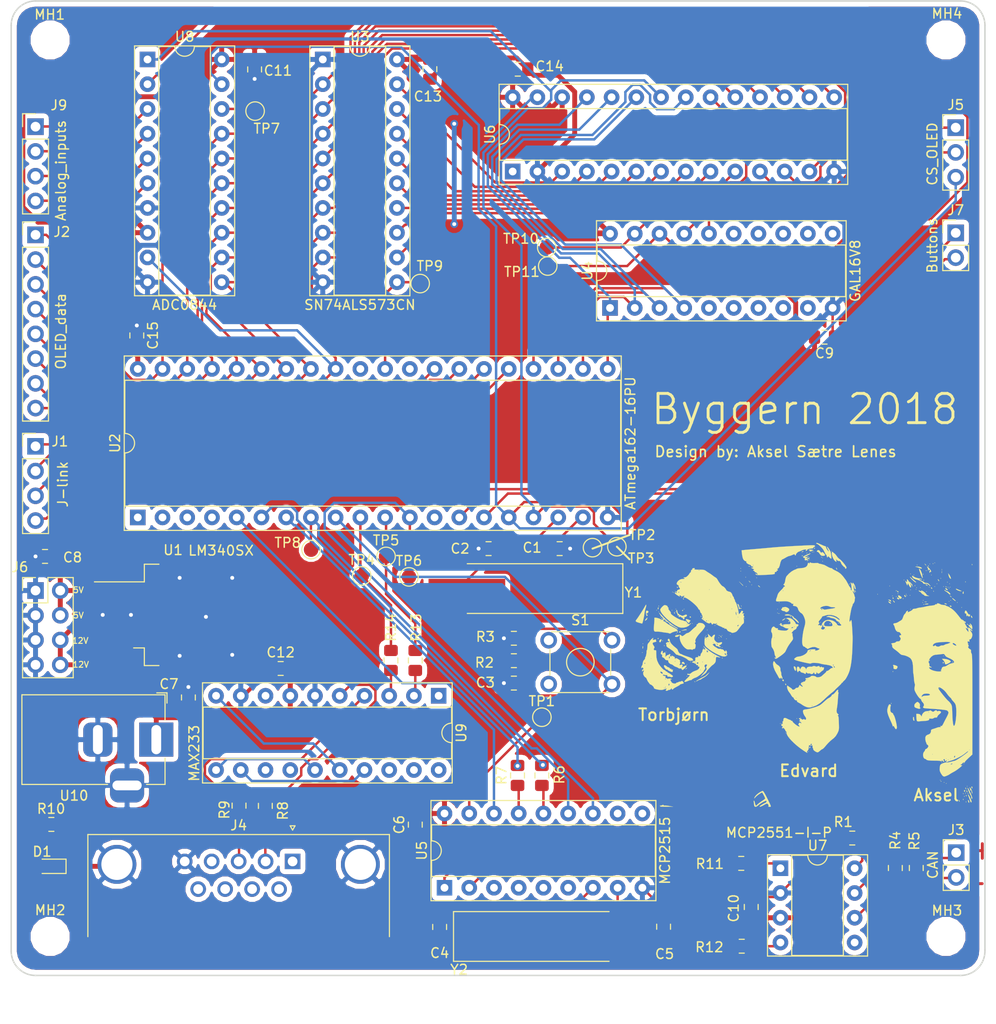
<source format=kicad_pcb>
(kicad_pcb (version 20171130) (host pcbnew 5.0.0-fee4fd1~66~ubuntu16.04.1)
  (layers (0 F.Cu signal) (31 B.Cu signal) (35 F.Paste user) (37 F.SilkS user) (38 B.Mask user) (39 F.Mask user) (44 Edge.Cuts user))
  (net 0 "")
  (net 1 GND)
  (net 2 "Net-(J1-Pad2)")
  (net 3 VCC)
  (net 4 /A7)
  (net 5 /A6)
  (net 6 /A5)
  (net 7 /A4)
  (net 8 /A3)
  (net 9 /A2)
  (net 10 /A1)
  (net 11 /A0)
  (net 12 "Net-(C1-Pad1)")
  (net 13 "Net-(C2-Pad1)")
  (net 14 /~RESET)
  (net 15 "Net-(C4-Pad1)")
  (net 16 "Net-(C5-Pad1)")
  (net 17 "Net-(J3-Pad2)")
  (net 18 "Net-(J3-Pad1)")
  (net 19 "Net-(J4-Pad2)")
  (net 20 "Net-(J4-Pad3)")
  (net 21 "Net-(R1-Pad1)")
  (net 22 "Net-(R3-Pad2)")
  (net 23 /A8)
  (net 24 /A9)
  (net 25 /A10)
  (net 26 /A11)
  (net 27 /~CS~_MCP)
  (net 28 /MOSI)
  (net 29 /MISO)
  (net 30 /SCK)
  (net 31 /RXD_232)
  (net 32 /LE)
  (net 33 /TXD_232)
  (net 34 /CAN_~INT)
  (net 35 /~WE)
  (net 36 /~OE)
  (net 37 /~CS~_ADC)
  (net 38 /~CS~_RAM)
  (net 39 "Net-(U9-Pad11)")
  (net 40 "Net-(U9-Pad12)")
  (net 41 "Net-(U9-Pad10)")
  (net 42 "Net-(J1-Pad1)")
  (net 43 "Net-(J1-Pad3)")
  (net 44 "Net-(J1-Pad4)")
  (net 45 "Net-(J7-Pad1)")
  (net 46 "Net-(J7-Pad2)")
  (net 47 /AL0)
  (net 48 /AL1)
  (net 49 /AL2)
  (net 50 /AL3)
  (net 51 /AL4)
  (net 52 /AL5)
  (net 53 /AL6)
  (net 54 /AL7)
  (net 55 "Net-(R6-Pad1)")
  (net 56 "Net-(R7-Pad1)")
  (net 57 "Net-(R9-Pad2)")
  (net 58 "Net-(R8-Pad2)")
  (net 59 "Net-(D1-Pad2)")
  (net 60 "Net-(R11-Pad1)")
  (net 61 "Net-(R11-Pad2)")
  (net 62 "Net-(R12-Pad2)")
  (net 63 "Net-(R12-Pad1)")
  (net 64 "Net-(R13-Pad1)")
  (net 65 "Net-(R14-Pad1)")
  (net 66 +12V)
  (net 67 "Net-(J5-Pad1)")
  (net 68 "Net-(J5-Pad2)")
  (net 69 "Net-(J9-Pad1)")
  (net 70 "Net-(J9-Pad3)")
  (net 71 "Net-(J9-Pad2)")
  (net 72 "Net-(J9-Pad4)")
  (net 73 "Net-(TP7-Pad1)")
  (module Package_DIP:DIP-20_W7.62mm_Socket (layer F.Cu) (at 51.5 26.7)
    (fp_text reference U3 (at 3.81 -2.33) (layer F.SilkS))
    (fp_text value SN74ALS573CN (at 3.81 25.19) (layer F.SilkS))
    (pad 1 thru_hole rect (at 0 0) (size 1.6 1.6) (drill 0.8) (layers *.Cu *.Mask) (net 1 GND))
    (pad 11 thru_hole oval (at 7.62 22.86) (size 1.6 1.6) (drill 0.8) (layers *.Cu *.Mask) (net 32 /LE))
    (pad 2 thru_hole oval (at 0 2.54) (size 1.6 1.6) (drill 0.8) (layers *.Cu *.Mask) (net 11 /A0))
    (pad 12 thru_hole oval (at 7.62 20.32) (size 1.6 1.6) (drill 0.8) (layers *.Cu *.Mask) (net 47 /AL0))
    (pad 3 thru_hole oval (at 0 5.08) (size 1.6 1.6) (drill 0.8) (layers *.Cu *.Mask) (net 10 /A1))
    (pad 13 thru_hole oval (at 7.62 17.78) (size 1.6 1.6) (drill 0.8) (layers *.Cu *.Mask) (net 48 /AL1))
    (pad 4 thru_hole oval (at 0 7.62) (size 1.6 1.6) (drill 0.8) (layers *.Cu *.Mask) (net 9 /A2))
    (pad 14 thru_hole oval (at 7.62 15.24) (size 1.6 1.6) (drill 0.8) (layers *.Cu *.Mask) (net 49 /AL2))
    (pad 5 thru_hole oval (at 0 10.16) (size 1.6 1.6) (drill 0.8) (layers *.Cu *.Mask) (net 8 /A3))
    (pad 15 thru_hole oval (at 7.62 12.7) (size 1.6 1.6) (drill 0.8) (layers *.Cu *.Mask) (net 50 /AL3))
    (pad 6 thru_hole oval (at 0 12.7) (size 1.6 1.6) (drill 0.8) (layers *.Cu *.Mask) (net 7 /A4))
    (pad 16 thru_hole oval (at 7.62 10.16) (size 1.6 1.6) (drill 0.8) (layers *.Cu *.Mask) (net 51 /AL4))
    (pad 7 thru_hole oval (at 0 15.24) (size 1.6 1.6) (drill 0.8) (layers *.Cu *.Mask) (net 6 /A5))
    (pad 17 thru_hole oval (at 7.62 7.62) (size 1.6 1.6) (drill 0.8) (layers *.Cu *.Mask) (net 52 /AL5))
    (pad 8 thru_hole oval (at 0 17.78) (size 1.6 1.6) (drill 0.8) (layers *.Cu *.Mask) (net 5 /A6))
    (pad 18 thru_hole oval (at 7.62 5.08) (size 1.6 1.6) (drill 0.8) (layers *.Cu *.Mask) (net 53 /AL6))
    (pad 9 thru_hole oval (at 0 20.32) (size 1.6 1.6) (drill 0.8) (layers *.Cu *.Mask) (net 4 /A7))
    (pad 19 thru_hole oval (at 7.62 2.54) (size 1.6 1.6) (drill 0.8) (layers *.Cu *.Mask) (net 54 /AL7))
    (pad 10 thru_hole oval (at 0 22.86) (size 1.6 1.6) (drill 0.8) (layers *.Cu *.Mask) (net 1 GND))
    (pad 20 thru_hole oval (at 7.62 0) (size 1.6 1.6) (drill 0.8) (layers *.Cu *.Mask) (net 3 VCC))
  )
  (module Capacitor_SMD:C_0805_2012Metric_Pad1.15x1.40mm_HandSolder (layer F.Cu) (at 75.825 76.9)
    (fp_text reference C1 (at -2.825 -0.1) (layer F.SilkS))
    (fp_text value 20pF)
    (pad 1 smd roundrect (at -1.025 0) (size 1.15 1.4) (layers F.Cu F.Paste F.Mask) (roundrect_rratio 0.217391) (net 12 "Net-(C1-Pad1)"))
    (pad 2 smd roundrect (at 1.025 0) (size 1.15 1.4) (layers F.Cu F.Paste F.Mask) (roundrect_rratio 0.217391) (net 1 GND))
  )
  (module Capacitor_SMD:C_0805_2012Metric_Pad1.15x1.40mm_HandSolder (layer F.Cu) (at 68.525 76.9 180)
    (fp_text reference C2 (at 2.925 0 180) (layer F.SilkS))
    (fp_text value 20pF)
    (pad 2 smd roundrect (at 1.025 0 180) (size 1.15 1.4) (layers F.Cu F.Paste F.Mask) (roundrect_rratio 0.217391) (net 1 GND))
    (pad 1 smd roundrect (at -1.025 0 180) (size 1.15 1.4) (layers F.Cu F.Paste F.Mask) (roundrect_rratio 0.217391) (net 13 "Net-(C2-Pad1)"))
  )
  (module Capacitor_SMD:C_0805_2012Metric_Pad1.15x1.40mm_HandSolder (layer F.Cu) (at 71.125 90.7 180)
    (fp_text reference C3 (at 2.925 0.05 180) (layer F.SilkS))
    (fp_text value 0.1uF)
    (pad 2 smd roundrect (at 1.025 0 180) (size 1.15 1.4) (layers F.Cu F.Paste F.Mask) (roundrect_rratio 0.217391) (net 1 GND))
    (pad 1 smd roundrect (at -1.025 0 180) (size 1.15 1.4) (layers F.Cu F.Paste F.Mask) (roundrect_rratio 0.217391) (net 14 /~RESET))
  )
  (module Capacitor_SMD:C_0805_2012Metric_Pad1.15x1.40mm_HandSolder (layer F.Cu) (at 63.5 115.725 90)
    (fp_text reference C4 (at -2.675 0 180) (layer F.SilkS))
    (fp_text value 20pF)
    (pad 1 smd roundrect (at -1.025 0 90) (size 1.15 1.4) (layers F.Cu F.Paste F.Mask) (roundrect_rratio 0.217391) (net 15 "Net-(C4-Pad1)"))
    (pad 2 smd roundrect (at 1.025 0 90) (size 1.15 1.4) (layers F.Cu F.Paste F.Mask) (roundrect_rratio 0.217391) (net 1 GND))
  )
  (module Capacitor_SMD:C_0805_2012Metric_Pad1.15x1.40mm_HandSolder (layer F.Cu) (at 86.5 115.7 90)
    (fp_text reference C5 (at -2.8 0.1 180) (layer F.SilkS))
    (fp_text value 20pF)
    (pad 1 smd roundrect (at -1.025 0 90) (size 1.15 1.4) (layers F.Cu F.Paste F.Mask) (roundrect_rratio 0.217391) (net 16 "Net-(C5-Pad1)"))
    (pad 2 smd roundrect (at 1.025 0 90) (size 1.15 1.4) (layers F.Cu F.Paste F.Mask) (roundrect_rratio 0.217391) (net 1 GND))
  )
  (module Capacitor_SMD:C_0805_2012Metric_Pad1.15x1.40mm_HandSolder (layer F.Cu) (at 61 105.225 90)
    (fp_text reference C6 (at 0 -1.65 90) (layer F.SilkS))
    (fp_text value 0.1uF)
    (pad 2 smd roundrect (at 1.025 0 90) (size 1.15 1.4) (layers F.Cu F.Paste F.Mask) (roundrect_rratio 0.217391) (net 3 VCC))
    (pad 1 smd roundrect (at -1.025 0 90) (size 1.15 1.4) (layers F.Cu F.Paste F.Mask) (roundrect_rratio 0.217391) (net 1 GND))
  )
  (module Capacitor_SMD:C_0805_2012Metric_Pad1.15x1.40mm_HandSolder (layer F.Cu) (at 37.7 92.175 90)
    (fp_text reference C7 (at 1.375 -2 180) (layer F.SilkS))
    (fp_text value 0.22uF)
    (pad 2 smd roundrect (at 1.025 0 90) (size 1.15 1.4) (layers F.Cu F.Paste F.Mask) (roundrect_rratio 0.217391) (net 1 GND))
    (pad 1 smd roundrect (at -1.025 0 90) (size 1.15 1.4) (layers F.Cu F.Paste F.Mask) (roundrect_rratio 0.217391) (net 66 +12V))
  )
  (module Capacitor_SMD:C_0805_2012Metric_Pad1.15x1.40mm_HandSolder (layer F.Cu) (at 22.975 77.7 180)
    (fp_text reference C8 (at -2.825 -0.1 180) (layer F.SilkS))
    (fp_text value 0.1uF)
    (pad 1 smd roundrect (at -1.025 0 180) (size 1.15 1.4) (layers F.Cu F.Paste F.Mask) (roundrect_rratio 0.217391) (net 3 VCC))
    (pad 2 smd roundrect (at 1.025 0 180) (size 1.15 1.4) (layers F.Cu F.Paste F.Mask) (roundrect_rratio 0.217391) (net 1 GND))
  )
  (module Connector_Dsub:DSUB-9_Female_Horizontal_P2.77x2.84mm_EdgePinOffset4.94mm_Housed_MountingHolesOffset7.48mm (layer F.Cu) (at 48.4 109)
    (fp_text reference J4 (at -5.54 -3.7) (layer F.SilkS))
    (fp_text value DB9_Female_Mounting)
    (pad 1 thru_hole rect (at 0 0) (size 1.6 1.6) (drill 1) (layers *.Cu *.Mask))
    (pad 2 thru_hole circle (at -2.77 0) (size 1.6 1.6) (drill 1) (layers *.Cu *.Mask) (net 19 "Net-(J4-Pad2)"))
    (pad 3 thru_hole circle (at -5.54 0) (size 1.6 1.6) (drill 1) (layers *.Cu *.Mask) (net 20 "Net-(J4-Pad3)"))
    (pad 4 thru_hole circle (at -8.31 0) (size 1.6 1.6) (drill 1) (layers *.Cu *.Mask))
    (pad 5 thru_hole circle (at -11.08 0) (size 1.6 1.6) (drill 1) (layers *.Cu *.Mask) (net 1 GND))
    (pad 6 thru_hole circle (at -1.385 2.84) (size 1.6 1.6) (drill 1) (layers *.Cu *.Mask))
    (pad 7 thru_hole circle (at -4.155 2.84) (size 1.6 1.6) (drill 1) (layers *.Cu *.Mask))
    (pad 8 thru_hole circle (at -6.925 2.84) (size 1.6 1.6) (drill 1) (layers *.Cu *.Mask))
    (pad 9 thru_hole circle (at -9.695 2.84) (size 1.6 1.6) (drill 1) (layers *.Cu *.Mask))
    (pad 0 thru_hole circle (at -18.04 0.3) (size 4 4) (drill 3.2) (layers *.Cu *.Mask) (net 1 GND))
    (pad 0 thru_hole circle (at 6.96 0.3) (size 4 4) (drill 3.2) (layers *.Cu *.Mask) (net 1 GND))
  )
  (module Resistor_SMD:R_0805_2012Metric_Pad1.15x1.40mm_HandSolder (layer F.Cu) (at 105.875 106.6 180)
    (fp_text reference R1 (at 0.925 1.65 180) (layer F.SilkS))
    (fp_text value 22K)
    (pad 1 smd roundrect (at -1.025 0 180) (size 1.15 1.4) (layers F.Cu F.Paste F.Mask) (roundrect_rratio 0.217391) (net 21 "Net-(R1-Pad1)"))
    (pad 2 smd roundrect (at 1.025 0 180) (size 1.15 1.4) (layers F.Cu F.Paste F.Mask) (roundrect_rratio 0.217391) (net 1 GND))
  )
  (module Resistor_SMD:R_0805_2012Metric_Pad1.15x1.40mm_HandSolder (layer F.Cu) (at 71.125 88.4 180)
    (fp_text reference R2 (at 3.025 -0.2 180) (layer F.SilkS))
    (fp_text value 10k)
    (pad 1 smd roundrect (at -1.025 0 180) (size 1.15 1.4) (layers F.Cu F.Paste F.Mask) (roundrect_rratio 0.217391) (net 14 /~RESET))
    (pad 2 smd roundrect (at 1.025 0 180) (size 1.15 1.4) (layers F.Cu F.Paste F.Mask) (roundrect_rratio 0.217391) (net 3 VCC))
  )
  (module Resistor_SMD:R_0805_2012Metric_Pad1.15x1.40mm_HandSolder (layer F.Cu) (at 71.125 86.1)
    (fp_text reference R3 (at -2.925 -0.15) (layer F.SilkS))
    (fp_text value 0.33k)
    (pad 2 smd roundrect (at 1.025 0) (size 1.15 1.4) (layers F.Cu F.Paste F.Mask) (roundrect_rratio 0.217391) (net 22 "Net-(R3-Pad2)"))
    (pad 1 smd roundrect (at -1.025 0) (size 1.15 1.4) (layers F.Cu F.Paste F.Mask) (roundrect_rratio 0.217391) (net 1 GND))
  )
  (module Resistor_SMD:R_0805_2012Metric_Pad1.15x1.40mm_HandSolder (layer F.Cu) (at 110.3 109.675 270)
    (fp_text reference R4 (at -2.825 0 270) (layer F.SilkS))
    (fp_text value 120)
    (pad 2 smd roundrect (at 1.025 0 270) (size 1.15 1.4) (layers F.Cu F.Paste F.Mask) (roundrect_rratio 0.217391) (net 17 "Net-(J3-Pad2)"))
    (pad 1 smd roundrect (at -1.025 0 270) (size 1.15 1.4) (layers F.Cu F.Paste F.Mask) (roundrect_rratio 0.217391) (net 18 "Net-(J3-Pad1)"))
  )
  (module Resistor_SMD:R_0805_2012Metric_Pad1.15x1.40mm_HandSolder (layer F.Cu) (at 112.45 109.675 270)
    (fp_text reference R5 (at -2.775 0.2 270) (layer F.SilkS))
    (fp_text value 120)
    (pad 1 smd roundrect (at -1.025 0 270) (size 1.15 1.4) (layers F.Cu F.Paste F.Mask) (roundrect_rratio 0.217391) (net 18 "Net-(J3-Pad1)"))
    (pad 2 smd roundrect (at 1.025 0 270) (size 1.15 1.4) (layers F.Cu F.Paste F.Mask) (roundrect_rratio 0.217391) (net 17 "Net-(J3-Pad2)"))
  )
  (module Package_TO_SOT_SMD:TO-263-3_TabPin4 (layer F.Cu) (at 36.125 83.7)
    (fp_text reference U1 (at 0 -6.65) (layer F.SilkS))
    (fp_text value LM340SX (at 4.925 -6.6) (layer F.SilkS))
    (pad 1 smd rect (at -5.775 -2.54) (size 4.6 1.1) (layers F.Cu F.Paste F.Mask) (net 66 +12V))
    (pad 2 smd rect (at -5.775 0) (size 4.6 1.1) (layers F.Cu F.Paste F.Mask) (net 1 GND))
    (pad 3 smd rect (at -5.775 2.54) (size 4.6 1.1) (layers F.Cu F.Paste F.Mask) (net 3 VCC))
    (pad 4 smd rect (at 3.375 0) (size 9.4 10.8) (layers F.Cu F.Mask) (net 1 GND))
  )
  (module Package_DIP:DIP-40_W15.24mm_Socket (layer F.Cu) (at 32.5 73.7 90)
    (fp_text reference U2 (at 7.62 -2.33 90) (layer F.SilkS))
    (fp_text value ATmega162-16PU (at 7.62 50.59 90) (layer F.SilkS))
    (pad 1 thru_hole rect (at 0 0 90) (size 1.6 1.6) (drill 0.8) (layers *.Cu *.Mask))
    (pad 21 thru_hole oval (at 15.24 48.26 90) (size 1.6 1.6) (drill 0.8) (layers *.Cu *.Mask) (net 23 /A8))
    (pad 2 thru_hole oval (at 0 2.54 90) (size 1.6 1.6) (drill 0.8) (layers *.Cu *.Mask))
    (pad 22 thru_hole oval (at 15.24 45.72 90) (size 1.6 1.6) (drill 0.8) (layers *.Cu *.Mask) (net 24 /A9))
    (pad 3 thru_hole oval (at 0 5.08 90) (size 1.6 1.6) (drill 0.8) (layers *.Cu *.Mask))
    (pad 23 thru_hole oval (at 15.24 43.18 90) (size 1.6 1.6) (drill 0.8) (layers *.Cu *.Mask) (net 25 /A10))
    (pad 4 thru_hole oval (at 0 7.62 90) (size 1.6 1.6) (drill 0.8) (layers *.Cu *.Mask))
    (pad 24 thru_hole oval (at 15.24 40.64 90) (size 1.6 1.6) (drill 0.8) (layers *.Cu *.Mask) (net 26 /A11))
    (pad 5 thru_hole oval (at 0 10.16 90) (size 1.6 1.6) (drill 0.8) (layers *.Cu *.Mask) (net 27 /~CS~_MCP))
    (pad 25 thru_hole oval (at 15.24 38.1 90) (size 1.6 1.6) (drill 0.8) (layers *.Cu *.Mask) (net 44 "Net-(J1-Pad4)"))
    (pad 6 thru_hole oval (at 0 12.7 90) (size 1.6 1.6) (drill 0.8) (layers *.Cu *.Mask) (net 28 /MOSI))
    (pad 26 thru_hole oval (at 15.24 35.56 90) (size 1.6 1.6) (drill 0.8) (layers *.Cu *.Mask) (net 43 "Net-(J1-Pad3)"))
    (pad 7 thru_hole oval (at 0 15.24 90) (size 1.6 1.6) (drill 0.8) (layers *.Cu *.Mask) (net 29 /MISO))
    (pad 27 thru_hole oval (at 15.24 33.02 90) (size 1.6 1.6) (drill 0.8) (layers *.Cu *.Mask) (net 2 "Net-(J1-Pad2)"))
    (pad 8 thru_hole oval (at 0 17.78 90) (size 1.6 1.6) (drill 0.8) (layers *.Cu *.Mask) (net 30 /SCK))
    (pad 28 thru_hole oval (at 15.24 30.48 90) (size 1.6 1.6) (drill 0.8) (layers *.Cu *.Mask) (net 42 "Net-(J1-Pad1)"))
    (pad 9 thru_hole oval (at 0 20.32 90) (size 1.6 1.6) (drill 0.8) (layers *.Cu *.Mask) (net 14 /~RESET))
    (pad 29 thru_hole oval (at 15.24 27.94 90) (size 1.6 1.6) (drill 0.8) (layers *.Cu *.Mask))
    (pad 10 thru_hole oval (at 0 22.86 90) (size 1.6 1.6) (drill 0.8) (layers *.Cu *.Mask) (net 31 /RXD_232))
    (pad 30 thru_hole oval (at 15.24 25.4 90) (size 1.6 1.6) (drill 0.8) (layers *.Cu *.Mask) (net 32 /LE))
    (pad 11 thru_hole oval (at 0 25.4 90) (size 1.6 1.6) (drill 0.8) (layers *.Cu *.Mask) (net 33 /TXD_232))
    (pad 31 thru_hole oval (at 15.24 22.86 90) (size 1.6 1.6) (drill 0.8) (layers *.Cu *.Mask))
    (pad 12 thru_hole oval (at 0 27.94 90) (size 1.6 1.6) (drill 0.8) (layers *.Cu *.Mask) (net 34 /CAN_~INT))
    (pad 32 thru_hole oval (at 15.24 20.32 90) (size 1.6 1.6) (drill 0.8) (layers *.Cu *.Mask) (net 4 /A7))
    (pad 13 thru_hole oval (at 0 30.48 90) (size 1.6 1.6) (drill 0.8) (layers *.Cu *.Mask))
    (pad 33 thru_hole oval (at 15.24 17.78 90) (size 1.6 1.6) (drill 0.8) (layers *.Cu *.Mask) (net 5 /A6))
    (pad 14 thru_hole oval (at 0 33.02 90) (size 1.6 1.6) (drill 0.8) (layers *.Cu *.Mask) (net 45 "Net-(J7-Pad1)"))
    (pad 34 thru_hole oval (at 15.24 15.24 90) (size 1.6 1.6) (drill 0.8) (layers *.Cu *.Mask) (net 6 /A5))
    (pad 15 thru_hole oval (at 0 35.56 90) (size 1.6 1.6) (drill 0.8) (layers *.Cu *.Mask) (net 46 "Net-(J7-Pad2)"))
    (pad 35 thru_hole oval (at 15.24 12.7 90) (size 1.6 1.6) (drill 0.8) (layers *.Cu *.Mask) (net 7 /A4))
    (pad 16 thru_hole oval (at 0 38.1 90) (size 1.6 1.6) (drill 0.8) (layers *.Cu *.Mask) (net 35 /~WE))
    (pad 36 thru_hole oval (at 15.24 10.16 90) (size 1.6 1.6) (drill 0.8) (layers *.Cu *.Mask) (net 8 /A3))
    (pad 17 thru_hole oval (at 0 40.64 90) (size 1.6 1.6) (drill 0.8) (layers *.Cu *.Mask) (net 36 /~OE))
    (pad 37 thru_hole oval (at 15.24 7.62 90) (size 1.6 1.6) (drill 0.8) (layers *.Cu *.Mask) (net 9 /A2))
    (pad 18 thru_hole oval (at 0 43.18 90) (size 1.6 1.6) (drill 0.8) (layers *.Cu *.Mask) (net 13 "Net-(C2-Pad1)"))
    (pad 38 thru_hole oval (at 15.24 5.08 90) (size 1.6 1.6) (drill 0.8) (layers *.Cu *.Mask) (net 10 /A1))
    (pad 19 thru_hole oval (at 0 45.72 90) (size 1.6 1.6) (drill 0.8) (layers *.Cu *.Mask) (net 12 "Net-(C1-Pad1)"))
    (pad 39 thru_hole oval (at 15.24 2.54 90) (size 1.6 1.6) (drill 0.8) (layers *.Cu *.Mask) (net 11 /A0))
    (pad 20 thru_hole oval (at 0 48.26 90) (size 1.6 1.6) (drill 0.8) (layers *.Cu *.Mask) (net 1 GND))
    (pad 40 thru_hole oval (at 15.24 0 90) (size 1.6 1.6) (drill 0.8) (layers *.Cu *.Mask) (net 3 VCC))
  )
  (module Package_DIP:DIP-20_W7.62mm_Socket (layer F.Cu) (at 81 52.2 90)
    (fp_text reference U4 (at 3.81 -2.33 90) (layer F.SilkS))
    (fp_text value GAL16V8 (at 3.81 25.19 90) (layer F.SilkS))
    (pad 1 thru_hole rect (at 0 0 90) (size 1.6 1.6) (drill 0.8) (layers *.Cu *.Mask) (net 23 /A8))
    (pad 11 thru_hole oval (at 7.62 22.86 90) (size 1.6 1.6) (drill 0.8) (layers *.Cu *.Mask))
    (pad 2 thru_hole oval (at 0 2.54 90) (size 1.6 1.6) (drill 0.8) (layers *.Cu *.Mask) (net 24 /A9))
    (pad 12 thru_hole oval (at 7.62 20.32 90) (size 1.6 1.6) (drill 0.8) (layers *.Cu *.Mask))
    (pad 3 thru_hole oval (at 0 5.08 90) (size 1.6 1.6) (drill 0.8) (layers *.Cu *.Mask) (net 25 /A10))
    (pad 13 thru_hole oval (at 7.62 17.78 90) (size 1.6 1.6) (drill 0.8) (layers *.Cu *.Mask))
    (pad 4 thru_hole oval (at 0 7.62 90) (size 1.6 1.6) (drill 0.8) (layers *.Cu *.Mask) (net 26 /A11))
    (pad 14 thru_hole oval (at 7.62 15.24 90) (size 1.6 1.6) (drill 0.8) (layers *.Cu *.Mask))
    (pad 5 thru_hole oval (at 0 10.16 90) (size 1.6 1.6) (drill 0.8) (layers *.Cu *.Mask))
    (pad 15 thru_hole oval (at 7.62 12.7 90) (size 1.6 1.6) (drill 0.8) (layers *.Cu *.Mask))
    (pad 6 thru_hole oval (at 0 12.7 90) (size 1.6 1.6) (drill 0.8) (layers *.Cu *.Mask))
    (pad 16 thru_hole oval (at 7.62 10.16 90) (size 1.6 1.6) (drill 0.8) (layers *.Cu *.Mask) (net 68 "Net-(J5-Pad2)"))
    (pad 7 thru_hole oval (at 0 15.24 90) (size 1.6 1.6) (drill 0.8) (layers *.Cu *.Mask))
    (pad 17 thru_hole oval (at 7.62 7.62 90) (size 1.6 1.6) (drill 0.8) (layers *.Cu *.Mask) (net 67 "Net-(J5-Pad1)"))
    (pad 8 thru_hole oval (at 0 17.78 90) (size 1.6 1.6) (drill 0.8) (layers *.Cu *.Mask))
    (pad 18 thru_hole oval (at 7.62 5.08 90) (size 1.6 1.6) (drill 0.8) (layers *.Cu *.Mask) (net 37 /~CS~_ADC))
    (pad 9 thru_hole oval (at 0 20.32 90) (size 1.6 1.6) (drill 0.8) (layers *.Cu *.Mask))
    (pad 19 thru_hole oval (at 7.62 2.54 90) (size 1.6 1.6) (drill 0.8) (layers *.Cu *.Mask) (net 38 /~CS~_RAM))
    (pad 10 thru_hole oval (at 0 22.86 90) (size 1.6 1.6) (drill 0.8) (layers *.Cu *.Mask) (net 1 GND))
    (pad 20 thru_hole oval (at 7.62 0 90) (size 1.6 1.6) (drill 0.8) (layers *.Cu *.Mask) (net 3 VCC))
  )
  (module Package_DIP:DIP-18_W7.62mm_Socket (layer F.Cu) (at 64 111.7 90)
    (fp_text reference U5 (at 3.81 -2.33 90) (layer F.SilkS))
    (fp_text value MCP2515 (at 3.81 22.65 90) (layer F.SilkS))
    (pad 1 thru_hole rect (at 0 0 90) (size 1.6 1.6) (drill 0.8) (layers *.Cu *.Mask) (net 61 "Net-(R11-Pad2)"))
    (pad 10 thru_hole oval (at 7.62 20.32 90) (size 1.6 1.6) (drill 0.8) (layers *.Cu *.Mask))
    (pad 2 thru_hole oval (at 0 2.54 90) (size 1.6 1.6) (drill 0.8) (layers *.Cu *.Mask) (net 62 "Net-(R12-Pad2)"))
    (pad 11 thru_hole oval (at 7.62 17.78 90) (size 1.6 1.6) (drill 0.8) (layers *.Cu *.Mask))
    (pad 3 thru_hole oval (at 0 5.08 90) (size 1.6 1.6) (drill 0.8) (layers *.Cu *.Mask))
    (pad 12 thru_hole oval (at 7.62 15.24 90) (size 1.6 1.6) (drill 0.8) (layers *.Cu *.Mask) (net 34 /CAN_~INT))
    (pad 4 thru_hole oval (at 0 7.62 90) (size 1.6 1.6) (drill 0.8) (layers *.Cu *.Mask))
    (pad 13 thru_hole oval (at 7.62 12.7 90) (size 1.6 1.6) (drill 0.8) (layers *.Cu *.Mask) (net 30 /SCK))
    (pad 5 thru_hole oval (at 0 10.16 90) (size 1.6 1.6) (drill 0.8) (layers *.Cu *.Mask))
    (pad 14 thru_hole oval (at 7.62 10.16 90) (size 1.6 1.6) (drill 0.8) (layers *.Cu *.Mask) (net 55 "Net-(R6-Pad1)"))
    (pad 6 thru_hole oval (at 0 12.7 90) (size 1.6 1.6) (drill 0.8) (layers *.Cu *.Mask))
    (pad 15 thru_hole oval (at 7.62 7.62 90) (size 1.6 1.6) (drill 0.8) (layers *.Cu *.Mask) (net 56 "Net-(R7-Pad1)"))
    (pad 7 thru_hole oval (at 0 15.24 90) (size 1.6 1.6) (drill 0.8) (layers *.Cu *.Mask) (net 15 "Net-(C4-Pad1)"))
    (pad 16 thru_hole oval (at 7.62 5.08 90) (size 1.6 1.6) (drill 0.8) (layers *.Cu *.Mask) (net 27 /~CS~_MCP))
    (pad 8 thru_hole oval (at 0 17.78 90) (size 1.6 1.6) (drill 0.8) (layers *.Cu *.Mask) (net 16 "Net-(C5-Pad1)"))
    (pad 17 thru_hole oval (at 7.62 2.54 90) (size 1.6 1.6) (drill 0.8) (layers *.Cu *.Mask) (net 14 /~RESET))
    (pad 9 thru_hole oval (at 0 20.32 90) (size 1.6 1.6) (drill 0.8) (layers *.Cu *.Mask) (net 1 GND))
    (pad 18 thru_hole oval (at 7.62 0 90) (size 1.6 1.6) (drill 0.8) (layers *.Cu *.Mask) (net 3 VCC))
  )
  (module Package_DIP:DIP-28_W7.62mm_Socket (layer F.Cu) (at 71 38.2 90)
    (fp_text reference U6 (at 3.81 -2.33 90) (layer F.SilkS))
    (fp_text value IDT7164)
    (pad 1 thru_hole rect (at 0 0 90) (size 1.6 1.6) (drill 0.8) (layers *.Cu *.Mask))
    (pad 15 thru_hole oval (at 7.62 33.02 90) (size 1.6 1.6) (drill 0.8) (layers *.Cu *.Mask) (net 8 /A3))
    (pad 2 thru_hole oval (at 0 2.54 90) (size 1.6 1.6) (drill 0.8) (layers *.Cu *.Mask) (net 1 GND))
    (pad 16 thru_hole oval (at 7.62 30.48 90) (size 1.6 1.6) (drill 0.8) (layers *.Cu *.Mask) (net 7 /A4))
    (pad 3 thru_hole oval (at 0 5.08 90) (size 1.6 1.6) (drill 0.8) (layers *.Cu *.Mask) (net 54 /AL7))
    (pad 17 thru_hole oval (at 7.62 27.94 90) (size 1.6 1.6) (drill 0.8) (layers *.Cu *.Mask) (net 6 /A5))
    (pad 4 thru_hole oval (at 0 7.62 90) (size 1.6 1.6) (drill 0.8) (layers *.Cu *.Mask) (net 53 /AL6))
    (pad 18 thru_hole oval (at 7.62 25.4 90) (size 1.6 1.6) (drill 0.8) (layers *.Cu *.Mask) (net 5 /A6))
    (pad 5 thru_hole oval (at 0 10.16 90) (size 1.6 1.6) (drill 0.8) (layers *.Cu *.Mask) (net 52 /AL5))
    (pad 19 thru_hole oval (at 7.62 22.86 90) (size 1.6 1.6) (drill 0.8) (layers *.Cu *.Mask) (net 4 /A7))
    (pad 6 thru_hole oval (at 0 12.7 90) (size 1.6 1.6) (drill 0.8) (layers *.Cu *.Mask) (net 51 /AL4))
    (pad 20 thru_hole oval (at 7.62 20.32 90) (size 1.6 1.6) (drill 0.8) (layers *.Cu *.Mask) (net 38 /~CS~_RAM))
    (pad 7 thru_hole oval (at 0 15.24 90) (size 1.6 1.6) (drill 0.8) (layers *.Cu *.Mask) (net 50 /AL3))
    (pad 21 thru_hole oval (at 7.62 17.78 90) (size 1.6 1.6) (drill 0.8) (layers *.Cu *.Mask) (net 25 /A10))
    (pad 8 thru_hole oval (at 0 17.78 90) (size 1.6 1.6) (drill 0.8) (layers *.Cu *.Mask) (net 49 /AL2))
    (pad 22 thru_hole oval (at 7.62 15.24 90) (size 1.6 1.6) (drill 0.8) (layers *.Cu *.Mask) (net 36 /~OE))
    (pad 9 thru_hole oval (at 0 20.32 90) (size 1.6 1.6) (drill 0.8) (layers *.Cu *.Mask) (net 48 /AL1))
    (pad 23 thru_hole oval (at 7.62 12.7 90) (size 1.6 1.6) (drill 0.8) (layers *.Cu *.Mask) (net 26 /A11))
    (pad 10 thru_hole oval (at 0 22.86 90) (size 1.6 1.6) (drill 0.8) (layers *.Cu *.Mask) (net 47 /AL0))
    (pad 24 thru_hole oval (at 7.62 10.16 90) (size 1.6 1.6) (drill 0.8) (layers *.Cu *.Mask) (net 24 /A9))
    (pad 11 thru_hole oval (at 0 25.4 90) (size 1.6 1.6) (drill 0.8) (layers *.Cu *.Mask) (net 11 /A0))
    (pad 25 thru_hole oval (at 7.62 7.62 90) (size 1.6 1.6) (drill 0.8) (layers *.Cu *.Mask) (net 23 /A8))
    (pad 12 thru_hole oval (at 0 27.94 90) (size 1.6 1.6) (drill 0.8) (layers *.Cu *.Mask) (net 10 /A1))
    (pad 26 thru_hole oval (at 7.62 5.08 90) (size 1.6 1.6) (drill 0.8) (layers *.Cu *.Mask) (net 3 VCC))
    (pad 13 thru_hole oval (at 0 30.48 90) (size 1.6 1.6) (drill 0.8) (layers *.Cu *.Mask) (net 9 /A2))
    (pad 27 thru_hole oval (at 7.62 2.54 90) (size 1.6 1.6) (drill 0.8) (layers *.Cu *.Mask) (net 35 /~WE))
    (pad 14 thru_hole oval (at 0 33.02 90) (size 1.6 1.6) (drill 0.8) (layers *.Cu *.Mask) (net 1 GND))
    (pad 28 thru_hole oval (at 7.62 0 90) (size 1.6 1.6) (drill 0.8) (layers *.Cu *.Mask) (net 3 VCC))
  )
  (module Package_DIP:DIP-20_W7.62mm_Socket (layer F.Cu) (at 33.5 26.7)
    (fp_text reference U8 (at 3.81 -2.33) (layer F.SilkS))
    (fp_text value ADC0844 (at 3.81 25.19) (layer F.SilkS))
    (pad 20 thru_hole oval (at 7.62 0) (size 1.6 1.6) (drill 0.8) (layers *.Cu *.Mask) (net 3 VCC))
    (pad 10 thru_hole oval (at 0 22.86) (size 1.6 1.6) (drill 0.8) (layers *.Cu *.Mask) (net 1 GND))
    (pad 19 thru_hole oval (at 7.62 2.54) (size 1.6 1.6) (drill 0.8) (layers *.Cu *.Mask) (net 35 /~WE))
    (pad 9 thru_hole oval (at 0 20.32) (size 1.6 1.6) (drill 0.8) (layers *.Cu *.Mask) (net 4 /A7))
    (pad 18 thru_hole oval (at 7.62 5.08) (size 1.6 1.6) (drill 0.8) (layers *.Cu *.Mask) (net 73 "Net-(TP7-Pad1)"))
    (pad 8 thru_hole oval (at 0 17.78) (size 1.6 1.6) (drill 0.8) (layers *.Cu *.Mask) (net 3 VCC))
    (pad 17 thru_hole oval (at 7.62 7.62) (size 1.6 1.6) (drill 0.8) (layers *.Cu *.Mask) (net 11 /A0))
    (pad 7 thru_hole oval (at 0 15.24) (size 1.6 1.6) (drill 0.8) (layers *.Cu *.Mask) (net 1 GND))
    (pad 16 thru_hole oval (at 7.62 10.16) (size 1.6 1.6) (drill 0.8) (layers *.Cu *.Mask) (net 10 /A1))
    (pad 6 thru_hole oval (at 0 12.7) (size 1.6 1.6) (drill 0.8) (layers *.Cu *.Mask) (net 72 "Net-(J9-Pad4)"))
    (pad 15 thru_hole oval (at 7.62 12.7) (size 1.6 1.6) (drill 0.8) (layers *.Cu *.Mask) (net 9 /A2))
    (pad 5 thru_hole oval (at 0 10.16) (size 1.6 1.6) (drill 0.8) (layers *.Cu *.Mask) (net 70 "Net-(J9-Pad3)"))
    (pad 14 thru_hole oval (at 7.62 15.24) (size 1.6 1.6) (drill 0.8) (layers *.Cu *.Mask) (net 8 /A3))
    (pad 4 thru_hole oval (at 0 7.62) (size 1.6 1.6) (drill 0.8) (layers *.Cu *.Mask) (net 71 "Net-(J9-Pad2)"))
    (pad 13 thru_hole oval (at 7.62 17.78) (size 1.6 1.6) (drill 0.8) (layers *.Cu *.Mask) (net 7 /A4))
    (pad 3 thru_hole oval (at 0 5.08) (size 1.6 1.6) (drill 0.8) (layers *.Cu *.Mask) (net 69 "Net-(J9-Pad1)"))
    (pad 12 thru_hole oval (at 7.62 20.32) (size 1.6 1.6) (drill 0.8) (layers *.Cu *.Mask) (net 6 /A5))
    (pad 2 thru_hole oval (at 0 2.54) (size 1.6 1.6) (drill 0.8) (layers *.Cu *.Mask) (net 37 /~CS~_ADC))
    (pad 11 thru_hole oval (at 7.62 22.86) (size 1.6 1.6) (drill 0.8) (layers *.Cu *.Mask) (net 5 /A6))
    (pad 1 thru_hole rect (at 0 0) (size 1.6 1.6) (drill 0.8) (layers *.Cu *.Mask) (net 36 /~OE))
  )
  (module Package_DIP:DIP-20_W7.62mm_Socket (layer F.Cu) (at 63.4 92 270)
    (fp_text reference U9 (at 3.81 -2.33 270) (layer F.SilkS))
    (fp_text value MAX233 (at 5.9 25.1 90) (layer F.SilkS))
    (pad 1 thru_hole rect (at 0 0 270) (size 1.6 1.6) (drill 0.8) (layers *.Cu *.Mask))
    (pad 11 thru_hole oval (at 7.62 22.86 270) (size 1.6 1.6) (drill 0.8) (layers *.Cu *.Mask) (net 39 "Net-(U9-Pad11)"))
    (pad 2 thru_hole oval (at 0 2.54 270) (size 1.6 1.6) (drill 0.8) (layers *.Cu *.Mask) (net 64 "Net-(R13-Pad1)"))
    (pad 12 thru_hole oval (at 7.62 20.32 270) (size 1.6 1.6) (drill 0.8) (layers *.Cu *.Mask) (net 40 "Net-(U9-Pad12)"))
    (pad 3 thru_hole oval (at 0 5.08 270) (size 1.6 1.6) (drill 0.8) (layers *.Cu *.Mask) (net 65 "Net-(R14-Pad1)"))
    (pad 13 thru_hole oval (at 7.62 17.78 270) (size 1.6 1.6) (drill 0.8) (layers *.Cu *.Mask))
    (pad 4 thru_hole oval (at 0 7.62 270) (size 1.6 1.6) (drill 0.8) (layers *.Cu *.Mask) (net 57 "Net-(R9-Pad2)"))
    (pad 14 thru_hole oval (at 7.62 15.24 270) (size 1.6 1.6) (drill 0.8) (layers *.Cu *.Mask))
    (pad 5 thru_hole oval (at 0 10.16 270) (size 1.6 1.6) (drill 0.8) (layers *.Cu *.Mask) (net 58 "Net-(R8-Pad2)"))
    (pad 15 thru_hole oval (at 7.62 12.7 270) (size 1.6 1.6) (drill 0.8) (layers *.Cu *.Mask) (net 39 "Net-(U9-Pad11)"))
    (pad 6 thru_hole oval (at 0 12.7 270) (size 1.6 1.6) (drill 0.8) (layers *.Cu *.Mask) (net 1 GND))
    (pad 16 thru_hole oval (at 7.62 10.16 270) (size 1.6 1.6) (drill 0.8) (layers *.Cu *.Mask) (net 41 "Net-(U9-Pad10)"))
    (pad 7 thru_hole oval (at 0 15.24 270) (size 1.6 1.6) (drill 0.8) (layers *.Cu *.Mask) (net 3 VCC))
    (pad 17 thru_hole oval (at 7.62 7.62 270) (size 1.6 1.6) (drill 0.8) (layers *.Cu *.Mask) (net 40 "Net-(U9-Pad12)"))
    (pad 8 thru_hole oval (at 0 17.78 270) (size 1.6 1.6) (drill 0.8) (layers *.Cu *.Mask))
    (pad 18 thru_hole oval (at 7.62 5.08 270) (size 1.6 1.6) (drill 0.8) (layers *.Cu *.Mask))
    (pad 9 thru_hole oval (at 0 20.32 270) (size 1.6 1.6) (drill 0.8) (layers *.Cu *.Mask) (net 1 GND))
    (pad 19 thru_hole oval (at 7.62 2.54 270) (size 1.6 1.6) (drill 0.8) (layers *.Cu *.Mask))
    (pad 10 thru_hole oval (at 0 22.86 270) (size 1.6 1.6) (drill 0.8) (layers *.Cu *.Mask) (net 41 "Net-(U9-Pad10)"))
    (pad 20 thru_hole oval (at 7.62 0 270) (size 1.6 1.6) (drill 0.8) (layers *.Cu *.Mask))
  )
  (module Connector_BarrelJack:BarrelJack_Horizontal (layer F.Cu) (at 34.4 96.5)
    (fp_text reference U10 (at -8.45 5.75) (layer F.SilkS))
    (fp_text value Barrel_jack)
    (pad 1 thru_hole rect (at 0 0) (size 3.5 3.5) (drill oval 1 3) (layers *.Cu *.Mask) (net 66 +12V))
    (pad 2 thru_hole roundrect (at -6 0) (size 3 3.5) (drill oval 1 3) (layers *.Cu *.Mask) (net 1 GND))
    (pad 3 thru_hole roundrect (at -3 4.7) (size 3.5 3.5) (drill oval 3 1) (layers *.Cu *.Mask) (net 1 GND))
  )
  (module Crystal:Crystal_SMD_HC49-SD_HandSoldering (layer F.Cu) (at 72.2375 81 180)
    (fp_text reference Y1 (at -11.1625 -0.4 180) (layer F.SilkS))
    (fp_text value 4.9MHz)
    (pad 1 smd rect (at -5.9375 0 180) (size 7.875 2) (layers F.Cu F.Paste F.Mask) (net 12 "Net-(C1-Pad1)"))
    (pad 2 smd rect (at 5.9375 0 180) (size 7.875 2) (layers F.Cu F.Paste F.Mask) (net 13 "Net-(C2-Pad1)"))
  )
  (module Crystal:Crystal_SMD_HC49-SD_HandSoldering (layer F.Cu) (at 75 116.7)
    (fp_text reference Y2 (at -9.5 3.4) (layer F.SilkS))
    (fp_text value 16MHz)
    (pad 2 smd rect (at 5.9375 0) (size 7.875 2) (layers F.Cu F.Paste F.Mask) (net 16 "Net-(C5-Pad1)"))
    (pad 1 smd rect (at -5.9375 0) (size 7.875 2) (layers F.Cu F.Paste F.Mask) (net 15 "Net-(C4-Pad1)"))
  )
  (module Connector_PinHeader_2.54mm:PinHeader_1x04_P2.54mm_Vertical (layer F.Cu) (at 22 66.4)
    (fp_text reference J1 (at 2.5 -0.5) (layer F.SilkS))
    (fp_text value J-link (at 2.8 3.9 90) (layer F.SilkS))
    (pad 1 thru_hole rect (at 0 0) (size 1.7 1.7) (drill 1) (layers *.Cu *.Mask) (net 42 "Net-(J1-Pad1)"))
    (pad 2 thru_hole oval (at 0 2.54) (size 1.7 1.7) (drill 1) (layers *.Cu *.Mask) (net 2 "Net-(J1-Pad2)"))
    (pad 3 thru_hole oval (at 0 5.08) (size 1.7 1.7) (drill 1) (layers *.Cu *.Mask) (net 43 "Net-(J1-Pad3)"))
    (pad 4 thru_hole oval (at 0 7.62) (size 1.7 1.7) (drill 1) (layers *.Cu *.Mask) (net 44 "Net-(J1-Pad4)"))
  )
  (module Package_DIP:DIP-8_W7.62mm_Socket (layer F.Cu) (at 98.5 109.7)
    (fp_text reference U7 (at 3.81 -2.33) (layer F.SilkS))
    (fp_text value MCP2551-I-P (at -0.15 -3.65) (layer F.SilkS))
    (pad 1 thru_hole rect (at 0 0) (size 1.6 1.6) (drill 0.8) (layers *.Cu *.Mask) (net 60 "Net-(R11-Pad1)"))
    (pad 5 thru_hole oval (at 7.62 7.62) (size 1.6 1.6) (drill 0.8) (layers *.Cu *.Mask))
    (pad 2 thru_hole oval (at 0 2.54) (size 1.6 1.6) (drill 0.8) (layers *.Cu *.Mask) (net 1 GND))
    (pad 6 thru_hole oval (at 7.62 5.08) (size 1.6 1.6) (drill 0.8) (layers *.Cu *.Mask) (net 17 "Net-(J3-Pad2)"))
    (pad 3 thru_hole oval (at 0 5.08) (size 1.6 1.6) (drill 0.8) (layers *.Cu *.Mask) (net 3 VCC))
    (pad 7 thru_hole oval (at 7.62 2.54) (size 1.6 1.6) (drill 0.8) (layers *.Cu *.Mask) (net 18 "Net-(J3-Pad1)"))
    (pad 4 thru_hole oval (at 0 7.62) (size 1.6 1.6) (drill 0.8) (layers *.Cu *.Mask) (net 63 "Net-(R12-Pad1)"))
    (pad 8 thru_hole oval (at 7.62 0) (size 1.6 1.6) (drill 0.8) (layers *.Cu *.Mask) (net 21 "Net-(R1-Pad1)"))
  )
  (module LED_SMD:LED_0603_1608Metric_Pad1.05x0.95mm_HandSolder (layer F.Cu) (at 23.475 109.5 180)
    (fp_text reference D1 (at 0.8 1.5 180) (layer F.SilkS))
    (fp_text value PWR_LED)
    (pad 1 smd roundrect (at -0.875 0 180) (size 1.05 0.95) (layers F.Cu F.Paste F.Mask) (net 1 GND))
    (pad 2 smd roundrect (at 0.875 0 180) (size 1.05 0.95) (layers F.Cu F.Paste F.Mask) (net 59 "Net-(D1-Pad2)"))
  )
  (module Resistor_SMD:R_0805_2012Metric_Pad1.15x1.40mm_HandSolder (layer F.Cu) (at 74 100.175 90)
    (fp_text reference R6 (at 0.075 1.8 90) (layer F.SilkS))
    (fp_text value 0)
    (pad 1 smd roundrect (at -1.025 0 90) (size 1.15 1.4) (layers F.Cu F.Paste F.Mask) (roundrect_rratio 0.217391) (net 55 "Net-(R6-Pad1)"))
    (pad 2 smd roundrect (at 1.025 0 90) (size 1.15 1.4) (layers F.Cu F.Paste F.Mask) (roundrect_rratio 0.217391) (net 28 /MOSI))
  )
  (module Resistor_SMD:R_0805_2012Metric_Pad1.15x1.40mm_HandSolder (layer F.Cu) (at 71.5 100.175 90)
    (fp_text reference R7 (at 0 -1.65 90) (layer F.SilkS))
    (fp_text value 0)
    (pad 2 smd roundrect (at 1.025 0 90) (size 1.15 1.4) (layers F.Cu F.Paste F.Mask) (roundrect_rratio 0.217391) (net 29 /MISO))
    (pad 1 smd roundrect (at -1.025 0 90) (size 1.15 1.4) (layers F.Cu F.Paste F.Mask) (roundrect_rratio 0.217391) (net 56 "Net-(R7-Pad1)"))
  )
  (module Resistor_SMD:R_0805_2012Metric_Pad1.15x1.40mm_HandSolder (layer F.Cu) (at 45.6 103.3 90)
    (fp_text reference R8 (at -0.5 1.8 90) (layer F.SilkS))
    (fp_text value 0)
    (pad 2 smd roundrect (at 1.025 0 90) (size 1.15 1.4) (layers F.Cu F.Paste F.Mask) (roundrect_rratio 0.217391) (net 58 "Net-(R8-Pad2)"))
    (pad 1 smd roundrect (at -1.025 0 90) (size 1.15 1.4) (layers F.Cu F.Paste F.Mask) (roundrect_rratio 0.217391) (net 19 "Net-(J4-Pad2)"))
  )
  (module Resistor_SMD:R_0805_2012Metric_Pad1.15x1.40mm_HandSolder (layer F.Cu) (at 42.9 103.275 90)
    (fp_text reference R9 (at -0.425 -1.5 90) (layer F.SilkS))
    (fp_text value 0)
    (pad 1 smd roundrect (at -1.025 0 90) (size 1.15 1.4) (layers F.Cu F.Paste F.Mask) (roundrect_rratio 0.217391) (net 20 "Net-(J4-Pad3)"))
    (pad 2 smd roundrect (at 1.025 0 90) (size 1.15 1.4) (layers F.Cu F.Paste F.Mask) (roundrect_rratio 0.217391) (net 57 "Net-(R9-Pad2)"))
  )
  (module Resistor_SMD:R_0805_2012Metric_Pad1.15x1.40mm_HandSolder (layer F.Cu) (at 23.625 105.2)
    (fp_text reference R10 (at -0.025 -1.6) (layer F.SilkS))
    (fp_text value 150)
    (pad 1 smd roundrect (at -1.025 0) (size 1.15 1.4) (layers F.Cu F.Paste F.Mask) (roundrect_rratio 0.217391) (net 59 "Net-(D1-Pad2)"))
    (pad 2 smd roundrect (at 1.025 0) (size 1.15 1.4) (layers F.Cu F.Paste F.Mask) (roundrect_rratio 0.217391) (net 3 VCC))
  )
  (module Resistor_SMD:R_0805_2012Metric_Pad1.15x1.40mm_HandSolder (layer F.Cu) (at 94.475 109.2 180)
    (fp_text reference R11 (at 3.225 -0.05 180) (layer F.SilkS))
    (fp_text value 0)
    (pad 1 smd roundrect (at -1.025 0 180) (size 1.15 1.4) (layers F.Cu F.Paste F.Mask) (roundrect_rratio 0.217391) (net 60 "Net-(R11-Pad1)"))
    (pad 2 smd roundrect (at 1.025 0 180) (size 1.15 1.4) (layers F.Cu F.Paste F.Mask) (roundrect_rratio 0.217391) (net 61 "Net-(R11-Pad2)"))
  )
  (module Resistor_SMD:R_0805_2012Metric_Pad1.15x1.40mm_HandSolder (layer F.Cu) (at 94.525 117.7 180)
    (fp_text reference R12 (at 3.325 -0.1 180) (layer F.SilkS))
    (fp_text value 0)
    (pad 2 smd roundrect (at 1.025 0 180) (size 1.15 1.4) (layers F.Cu F.Paste F.Mask) (roundrect_rratio 0.217391) (net 62 "Net-(R12-Pad2)"))
    (pad 1 smd roundrect (at -1.025 0 180) (size 1.15 1.4) (layers F.Cu F.Paste F.Mask) (roundrect_rratio 0.217391) (net 63 "Net-(R12-Pad1)"))
  )
  (module Resistor_SMD:R_0805_2012Metric_Pad1.15x1.40mm_HandSolder (layer F.Cu) (at 61 88.375 90)
    (fp_text reference R13 (at 3.375 0.1 90) (layer F.SilkS))
    (fp_text value 0)
    (pad 1 smd roundrect (at -1.025 0 90) (size 1.15 1.4) (layers F.Cu F.Paste F.Mask) (roundrect_rratio 0.217391) (net 64 "Net-(R13-Pad1)"))
    (pad 2 smd roundrect (at 1.025 0 90) (size 1.15 1.4) (layers F.Cu F.Paste F.Mask) (roundrect_rratio 0.217391) (net 33 /TXD_232))
  )
  (module Resistor_SMD:R_0805_2012Metric_Pad1.15x1.40mm_HandSolder (layer F.Cu) (at 58.5 88.375 90)
    (fp_text reference R14 (at 3.375 0 90) (layer F.SilkS))
    (fp_text value 0)
    (pad 2 smd roundrect (at 1.025 0 90) (size 1.15 1.4) (layers F.Cu F.Paste F.Mask) (roundrect_rratio 0.217391) (net 31 /RXD_232))
    (pad 1 smd roundrect (at -1.025 0 90) (size 1.15 1.4) (layers F.Cu F.Paste F.Mask) (roundrect_rratio 0.217391) (net 65 "Net-(R14-Pad1)"))
  )
  (module Button_Switch_THT:SW_TH_Tactile_Omron_B3F-10xx (layer F.Cu) (at 74.7 86.3)
    (fp_text reference S1 (at 3.25 -2.05) (layer F.SilkS))
    (fp_text value PTS645)
    (pad 4 thru_hole circle (at 6.5 4.5) (size 1.7 1.7) (drill 1) (layers *.Cu *.Mask) (net 14 /~RESET))
    (pad 3 thru_hole circle (at 0 4.5) (size 1.7 1.7) (drill 1) (layers *.Cu *.Mask))
    (pad 2 thru_hole circle (at 6.5 0) (size 1.7 1.7) (drill 1) (layers *.Cu *.Mask) (net 22 "Net-(R3-Pad2)"))
    (pad 1 thru_hole circle (at 0 0) (size 1.7 1.7) (drill 1) (layers *.Cu *.Mask))
  )
  (module TestPoint:TestPoint_Pad_D1.5mm (layer F.Cu) (at 74 94.2)
    (fp_text reference TP1 (at 0 -1.648) (layer F.SilkS))
    (fp_text value ~)
    (pad 1 smd circle (at 0 0) (size 1.5 1.5) (layers F.Cu F.Mask) (net 14 /~RESET))
  )
  (module TestPoint:TestPoint_Pad_D1.5mm (layer F.Cu) (at 79.2 76.8)
    (fp_text reference TP2 (at 5.1 -1.3) (layer F.SilkS))
    (fp_text value ~)
    (pad 1 smd circle (at 0 0) (size 1.5 1.5) (layers F.Cu F.Mask) (net 35 /~WE))
  )
  (module TestPoint:TestPoint_Pad_D1.5mm (layer F.Cu) (at 81.7 76.7)
    (fp_text reference TP3 (at 2.5 1.2) (layer F.SilkS))
    (fp_text value ~)
    (pad 1 smd circle (at 0 0) (size 1.5 1.5) (layers F.Cu F.Mask) (net 36 /~OE))
  )
  (module TestPoint:TestPoint_Pad_D1.5mm (layer F.Cu) (at 55.5 79.7)
    (fp_text reference TP4 (at 0 -1.648) (layer F.SilkS))
    (fp_text value ~)
    (pad 1 smd circle (at 0 0) (size 1.5 1.5) (layers F.Cu F.Mask) (net 31 /RXD_232))
  )
  (module TestPoint:TestPoint_Pad_D1.5mm (layer F.Cu) (at 58 77.7)
    (fp_text reference TP5 (at 0 -1.648) (layer F.SilkS))
    (fp_text value ~)
    (pad 1 smd circle (at 0 0) (size 1.5 1.5) (layers F.Cu F.Mask) (net 33 /TXD_232))
  )
  (module TestPoint:TestPoint_Pad_D1.5mm (layer F.Cu) (at 60.35 79.8)
    (fp_text reference TP6 (at 0 -1.648) (layer F.SilkS))
    (fp_text value ~)
    (pad 1 smd circle (at 0 0) (size 1.5 1.5) (layers F.Cu F.Mask) (net 34 /CAN_~INT))
  )
  (module TestPoint:TestPoint_Pad_D1.5mm (layer F.Cu) (at 50.3 77)
    (fp_text reference TP8 (at -2.4 -0.7) (layer F.SilkS))
    (fp_text value ~)
    (pad 1 smd circle (at 0 0) (size 1.5 1.5) (layers F.Cu F.Mask) (net 30 /SCK))
  )
  (module TestPoint:TestPoint_Pad_D1.5mm (layer F.Cu) (at 61.5 49.7)
    (fp_text reference TP9 (at 1 -1.8) (layer F.SilkS))
    (fp_text value ~)
    (pad 1 smd circle (at 0 0) (size 1.5 1.5) (layers F.Cu F.Mask) (net 32 /LE))
  )
  (module TestPoint:TestPoint_Pad_D1.5mm (layer F.Cu) (at 74.5 46)
    (fp_text reference TP10 (at -2.65 -0.9) (layer F.SilkS))
    (fp_text value ~)
    (pad 1 smd circle (at 0 0) (size 1.5 1.5) (layers F.Cu F.Mask) (net 38 /~CS~_RAM))
  )
  (module TestPoint:TestPoint_Pad_D1.5mm (layer F.Cu) (at 74.6 47.9)
    (fp_text reference TP11 (at -2.65 0.6) (layer F.SilkS))
    (fp_text value ~)
    (pad 1 smd circle (at 0 0) (size 1.5 1.5) (layers F.Cu F.Mask) (net 37 /~CS~_ADC))
  )
  (module Capacitor_SMD:C_0805_2012Metric_Pad1.15x1.40mm_HandSolder (layer F.Cu) (at 103.025 55.2 180)
    (fp_text reference C9 (at 0 -1.65 180) (layer F.SilkS))
    (fp_text value 0.1uF)
    (pad 2 smd roundrect (at 1.025 0 180) (size 1.15 1.4) (layers F.Cu F.Paste F.Mask) (roundrect_rratio 0.217391) (net 3 VCC))
    (pad 1 smd roundrect (at -1.025 0 180) (size 1.15 1.4) (layers F.Cu F.Paste F.Mask) (roundrect_rratio 0.217391) (net 1 GND))
  )
  (module Capacitor_SMD:C_0805_2012Metric_Pad1.15x1.40mm_HandSolder (layer F.Cu) (at 95.5 113.675 270)
    (fp_text reference C10 (at 0.125 1.8 270) (layer F.SilkS))
    (fp_text value 0.1uF)
    (pad 1 smd roundrect (at -1.025 0 270) (size 1.15 1.4) (layers F.Cu F.Paste F.Mask) (roundrect_rratio 0.217391) (net 1 GND))
    (pad 2 smd roundrect (at 1.025 0 270) (size 1.15 1.4) (layers F.Cu F.Paste F.Mask) (roundrect_rratio 0.217391) (net 3 VCC))
  )
  (module Capacitor_SMD:C_0805_2012Metric_Pad1.15x1.40mm_HandSolder (layer F.Cu) (at 44.5 27.725 90)
    (fp_text reference C11 (at -0.125 2.4 180) (layer F.SilkS))
    (fp_text value 0.1uF)
    (pad 2 smd roundrect (at 1.025 0 90) (size 1.15 1.4) (layers F.Cu F.Paste F.Mask) (roundrect_rratio 0.217391) (net 3 VCC))
    (pad 1 smd roundrect (at -1.025 0 90) (size 1.15 1.4) (layers F.Cu F.Paste F.Mask) (roundrect_rratio 0.217391) (net 1 GND))
  )
  (module Capacitor_SMD:C_0805_2012Metric_Pad1.15x1.40mm_HandSolder (layer F.Cu) (at 47.175 89.2)
    (fp_text reference C12 (at 0 -1.65) (layer F.SilkS))
    (fp_text value 0.1uF)
    (pad 1 smd roundrect (at -1.025 0) (size 1.15 1.4) (layers F.Cu F.Paste F.Mask) (roundrect_rratio 0.217391) (net 1 GND))
    (pad 2 smd roundrect (at 1.025 0) (size 1.15 1.4) (layers F.Cu F.Paste F.Mask) (roundrect_rratio 0.217391) (net 3 VCC))
  )
  (module Capacitor_SMD:C_0805_2012Metric_Pad1.15x1.40mm_HandSolder (layer F.Cu) (at 62.5 27.7 90)
    (fp_text reference C13 (at -2.8 -0.2 180) (layer F.SilkS))
    (fp_text value 0.1uF)
    (pad 2 smd roundrect (at 1.025 0 90) (size 1.15 1.4) (layers F.Cu F.Paste F.Mask) (roundrect_rratio 0.217391) (net 3 VCC))
    (pad 1 smd roundrect (at -1.025 0 90) (size 1.15 1.4) (layers F.Cu F.Paste F.Mask) (roundrect_rratio 0.217391) (net 1 GND))
  )
  (module Capacitor_SMD:C_0805_2012Metric_Pad1.15x1.40mm_HandSolder (layer F.Cu) (at 71.525 27.7 180)
    (fp_text reference C14 (at -3.275 0.3 180) (layer F.SilkS))
    (fp_text value 0.1uF)
    (pad 1 smd roundrect (at -1.025 0 180) (size 1.15 1.4) (layers F.Cu F.Paste F.Mask) (roundrect_rratio 0.217391) (net 1 GND))
    (pad 2 smd roundrect (at 1.025 0 180) (size 1.15 1.4) (layers F.Cu F.Paste F.Mask) (roundrect_rratio 0.217391) (net 3 VCC))
  )
  (module Capacitor_SMD:C_0805_2012Metric_Pad1.15x1.40mm_HandSolder (layer F.Cu) (at 32.4 55.025 270)
    (fp_text reference C15 (at 0 -1.65 270) (layer F.SilkS))
    (fp_text value 0.1uF)
    (pad 1 smd roundrect (at -1.025 0 270) (size 1.15 1.4) (layers F.Cu F.Paste F.Mask) (roundrect_rratio 0.217391) (net 1 GND))
    (pad 2 smd roundrect (at 1.025 0 270) (size 1.15 1.4) (layers F.Cu F.Paste F.Mask) (roundrect_rratio 0.217391) (net 3 VCC))
  )
  (module Connector_PinHeader_2.54mm:PinHeader_1x08_P2.54mm_Vertical (layer F.Cu) (at 22 44.7)
    (fp_text reference J2 (at 2.7 -0.3) (layer F.SilkS))
    (fp_text value OLED_data (at 2.6 9.9 90) (layer F.SilkS))
    (pad 1 thru_hole rect (at 0 0) (size 1.7 1.7) (drill 1) (layers *.Cu *.Mask) (net 11 /A0))
    (pad 2 thru_hole oval (at 0 2.54) (size 1.7 1.7) (drill 1) (layers *.Cu *.Mask) (net 10 /A1))
    (pad 3 thru_hole oval (at 0 5.08) (size 1.7 1.7) (drill 1) (layers *.Cu *.Mask) (net 9 /A2))
    (pad 4 thru_hole oval (at 0 7.62) (size 1.7 1.7) (drill 1) (layers *.Cu *.Mask) (net 8 /A3))
    (pad 5 thru_hole oval (at 0 10.16) (size 1.7 1.7) (drill 1) (layers *.Cu *.Mask) (net 7 /A4))
    (pad 6 thru_hole oval (at 0 12.7) (size 1.7 1.7) (drill 1) (layers *.Cu *.Mask) (net 6 /A5))
    (pad 7 thru_hole oval (at 0 15.24) (size 1.7 1.7) (drill 1) (layers *.Cu *.Mask) (net 5 /A6))
    (pad 8 thru_hole oval (at 0 17.78) (size 1.7 1.7) (drill 1) (layers *.Cu *.Mask) (net 4 /A7))
  )
  (module Connector_PinHeader_2.54mm:PinHeader_1x03_P2.54mm_Vertical (layer F.Cu) (at 116.5 33.7)
    (fp_text reference J5 (at 0 -2.33) (layer F.SilkS))
    (fp_text value CS_OLED (at -2.4 2.7 90) (layer F.SilkS))
    (pad 1 thru_hole rect (at 0 0) (size 1.7 1.7) (drill 1) (layers *.Cu *.Mask) (net 67 "Net-(J5-Pad1)"))
    (pad 2 thru_hole oval (at 0 2.54) (size 1.7 1.7) (drill 1) (layers *.Cu *.Mask) (net 68 "Net-(J5-Pad2)"))
    (pad 3 thru_hole oval (at 0 5.08) (size 1.7 1.7) (drill 1) (layers *.Cu *.Mask) (net 35 /~WE))
  )
  (module Connector_PinHeader_2.54mm:PinHeader_2x04_P2.54mm_Vertical (layer F.Cu) (at 22 81.2)
    (fp_text reference J6 (at -1.6 -2.4) (layer F.SilkS))
    (fp_text value Power_rail)
    (pad 1 thru_hole rect (at 0 0) (size 1.7 1.7) (drill 1) (layers *.Cu *.Mask) (net 1 GND))
    (pad 2 thru_hole oval (at 2.54 0) (size 1.7 1.7) (drill 1) (layers *.Cu *.Mask) (net 3 VCC))
    (pad 3 thru_hole oval (at 0 2.54) (size 1.7 1.7) (drill 1) (layers *.Cu *.Mask) (net 1 GND))
    (pad 4 thru_hole oval (at 2.54 2.54) (size 1.7 1.7) (drill 1) (layers *.Cu *.Mask) (net 3 VCC))
    (pad 5 thru_hole oval (at 0 5.08) (size 1.7 1.7) (drill 1) (layers *.Cu *.Mask) (net 1 GND))
    (pad 6 thru_hole oval (at 2.54 5.08) (size 1.7 1.7) (drill 1) (layers *.Cu *.Mask) (net 66 +12V))
    (pad 7 thru_hole oval (at 0 7.62) (size 1.7 1.7) (drill 1) (layers *.Cu *.Mask) (net 1 GND))
    (pad 8 thru_hole oval (at 2.54 7.62) (size 1.7 1.7) (drill 1) (layers *.Cu *.Mask) (net 66 +12V))
  )
  (module MountingHole:MountingHole_3mm (layer F.Cu) (at 115.5 116.7)
    (fp_text reference MH3 (at 0.1 -2.65) (layer F.SilkS))
    (fp_text value MountingHole)
    (pad 1 np_thru_hole circle (at 0 0) (size 3 3) (drill 3) (layers *.Cu *.Mask))
  )
  (module MountingHole:MountingHole_3mm (layer F.Cu) (at 115.5 24.7)
    (fp_text reference MH4 (at 0.1 -2.7) (layer F.SilkS))
    (fp_text value MountingHole)
    (pad 1 np_thru_hole circle (at 0 0) (size 3 3) (drill 3) (layers *.Cu *.Mask))
  )
  (module MountingHole:MountingHole_3mm (layer F.Cu) (at 23.5 116.7)
    (fp_text reference MH2 (at 0 -2.7) (layer F.SilkS))
    (fp_text value MountingHole)
    (pad 1 np_thru_hole circle (at 0 0) (size 3 3) (drill 3) (layers *.Cu *.Mask))
  )
  (module MountingHole:MountingHole_3mm (layer F.Cu) (at 23.5 24.7)
    (fp_text reference MH1 (at -0.05 -2.6) (layer F.SilkS))
    (fp_text value MountingHole)
    (pad 1 np_thru_hole circle (at 0 0) (size 3 3) (drill 3) (layers *.Cu *.Mask))
  )
  (module Connector_PinHeader_2.54mm:PinHeader_1x04_P2.54mm_Vertical (layer F.Cu) (at 22 33.6)
    (fp_text reference J9 (at 2.4 -2.2) (layer F.SilkS))
    (fp_text value Analog_inputs (at 2.6 4.5 90) (layer F.SilkS))
    (pad 1 thru_hole rect (at 0 0) (size 1.7 1.7) (drill 1) (layers *.Cu *.Mask) (net 69 "Net-(J9-Pad1)"))
    (pad 2 thru_hole oval (at 0 2.54) (size 1.7 1.7) (drill 1) (layers *.Cu *.Mask) (net 71 "Net-(J9-Pad2)"))
    (pad 3 thru_hole oval (at 0 5.08) (size 1.7 1.7) (drill 1) (layers *.Cu *.Mask) (net 70 "Net-(J9-Pad3)"))
    (pad 4 thru_hole oval (at 0 7.62) (size 1.7 1.7) (drill 1) (layers *.Cu *.Mask) (net 72 "Net-(J9-Pad4)"))
  )
  (module Connector_PinHeader_2.54mm:PinHeader_1x02_P2.54mm_Vertical (layer F.Cu) (at 116.5 44.5)
    (fp_text reference J7 (at 0 -2.33) (layer F.SilkS))
    (fp_text value Buttons (at -2.4 1.3 90) (layer F.SilkS))
    (pad 1 thru_hole rect (at 0 0) (size 1.7 1.7) (drill 1) (layers *.Cu *.Mask) (net 45 "Net-(J7-Pad1)"))
    (pad 2 thru_hole oval (at 0 2.54) (size 1.7 1.7) (drill 1) (layers *.Cu *.Mask) (net 46 "Net-(J7-Pad2)"))
  )
  (module byggern:team_byggern_2 (layer F.Cu) (at 100.15 89.85)
    (fp_text reference G*** hide)
    (fp_text value LOGO hide)
  )
  (module TestPoint:TestPoint_Pad_D1.5mm (layer F.Cu) (at 44.55 32)
    (fp_text reference TP7 (at 1.2 1.8) (layer F.SilkS))
    (fp_text value ~)
    (pad 1 smd circle (at 0 0) (size 1.5 1.5) (layers F.Cu F.Mask) (net 73 "Net-(TP7-Pad1)"))
  )
  (module Connector_PinHeader_2.54mm:PinHeader_1x02_P2.54mm_Vertical (layer F.Cu) (at 116.55 108.1)
    (fp_text reference J3 (at 0 -2.33) (layer F.SilkS))
    (fp_text value CAN (at -2.4 1.25 90) (layer F.SilkS))
    (pad 1 thru_hole rect (at 0 0) (size 1.7 1.7) (drill 1) (layers *.Cu *.Mask) (net 18 "Net-(J3-Pad1)"))
    (pad 2 thru_hole oval (at 0 2.54) (size 1.7 1.7) (drill 1) (layers *.Cu *.Mask) (net 17 "Net-(J3-Pad2)"))
  )
  (gr_text "L\n" (at 118.75 110.6) (layer F.Cu) (effects (font (size 1.5 1.5) (thickness 0.3))))
  (gr_text "H\n" (at 118.8 108) (layer F.Cu) (effects (font (size 1.5 1.5) (thickness 0.3))))
  (gr_text 5V (at 26.4 81.15) (layer F.SilkS) (effects (font (size 0.6 0.6) (thickness 0.11))))
  (gr_text 5V (at 26.4 83.75) (layer F.SilkS) (effects (font (size 0.6 0.6) (thickness 0.11))))
  (gr_text 12V (at 26.65 88.8) (layer F.SilkS) (effects (font (size 0.6 0.6) (thickness 0.11))))
  (gr_text 12V (at 26.6 86.35) (layer F.SilkS) (effects (font (size 0.6 0.6) (thickness 0.11))))
  (gr_line (start 79.2 76.9) (end 83 75.5) (layer F.SilkS) (width 0.2))
  (gr_line (start 83 78) (end 81.7 76.7) (layer F.SilkS) (width 0.2))
  (gr_text Aksel (at 114.5 102.2) (layer F.SilkS) (effects (font (size 1.2 1.2) (thickness 0.2))))
  (gr_text Edvard (at 101.4 99.7) (layer F.SilkS) (effects (font (size 1.2 1.2) (thickness 0.2))))
  (gr_text "Torbjørn\n" (at 87.55 93.95) (layer F.SilkS) (effects (font (size 1.2 1.2) (thickness 0.2))))
  (gr_text "Design by: Aksel Sætre Lenes" (at 98 66.95) (layer F.SilkS) (effects (font (size 1.1 1.1) (thickness 0.17))))
  (gr_text "Byggern 2018\n" (at 101 62.6) (layer F.SilkS) (effects (font (size 3 3) (thickness 0.3))))
  (gr_line (start 19.5 118.2) (end 19.5 23.2) (layer Edge.Cuts) (width 0.15))
  (gr_line (start 117 120.7) (end 22 120.7) (layer Edge.Cuts) (width 0.15))
  (gr_line (start 119.5 23.2) (end 119.5 118.1) (layer Edge.Cuts) (width 0.15))
  (gr_line (start 22 20.7) (end 117 20.7) (layer Edge.Cuts) (width 0.15))
  (gr_arc (start 117 23.2) (end 119.5 23.2) (angle -90) (layer Edge.Cuts) (width 0.15))
  (gr_arc (start 22 23.2) (end 22 20.7) (angle -90) (layer Edge.Cuts) (width 0.15))
  (gr_arc (start 22 118.2) (end 19.5 118.2) (angle -90) (layer Edge.Cuts) (width 0.15))
  (gr_arc (start 117 118.2) (end 117 120.7) (angle -92.86240523) (layer Edge.Cuts) (width 0.15))
  (via (at 36.8 79.9) (size 0.8) (drill 0.4) (layers F.Cu B.Cu) (net 1))
  (via (at 42.2 79.9) (size 0.8) (drill 0.4) (layers F.Cu B.Cu) (net 1))
  (via (at 42.2 87.8) (size 0.8) (drill 0.4) (layers F.Cu B.Cu) (net 1))
  (via (at 36.8 87.9) (size 0.8) (drill 0.4) (layers F.Cu B.Cu) (net 1))
  (via (at 39.5 83.9) (size 0.8) (drill 0.4) (layers F.Cu B.Cu) (net 1))
  (via (at 70.1 90.7) (size 0.8) (drill 0.4) (layers F.Cu B.Cu) (net 1))
  (via (at 22 77.7) (size 0.8) (drill 0.4) (layers F.Cu B.Cu) (net 1))
  (via (at 37.7 91.1) (size 0.8) (drill 0.4) (layers F.Cu B.Cu) (net 1))
  (via (at 32.4 54) (size 0.8) (drill 0.4) (layers F.Cu B.Cu) (net 1))
  (via (at 44.5 28.7) (size 0.8) (drill 0.4) (layers F.Cu B.Cu) (net 1))
  (via (at 31.8 83.7) (size 0.8) (drill 0.4) (layers F.Cu B.Cu) (net 1))
  (via (at 28.9 83.7) (size 0.8) (drill 0.4) (layers F.Cu B.Cu) (net 1))
  (via (at 70.1 86.1) (size 0.8) (drill 0.4) (layers F.Cu B.Cu) (net 1))
  (via (at 67.5 76.9) (size 0.8) (drill 0.4) (layers F.Cu B.Cu) (net 1))
  (via (at 76.9 76.9) (size 0.8) (drill 0.4) (layers F.Cu B.Cu) (net 1))
  (segment (start 103.86 55.01) (end 104.05 55.2) (width 0.25) (layer F.Cu) (net 1))
  (segment (start 103.86 52.2) (end 103.86 55.01) (width 0.25) (layer F.Cu) (net 1))
  (segment (start 98.09 112.65) (end 98.5 112.24) (width 0.25) (layer F.Cu) (net 1))
  (segment (start 95.5 112.65) (end 98.09 112.65) (width 0.25) (layer F.Cu) (net 1))
  (segment (start 86.5 113.88) (end 84.32 111.7) (width 0.25) (layer F.Cu) (net 1))
  (segment (start 86.5 114.675) (end 86.5 113.88) (width 0.25) (layer F.Cu) (net 1))
  (segment (start 104.14 106.6) (end 98.5 112.24) (width 0.25) (layer F.Cu) (net 1))
  (segment (start 104.85 106.6) (end 104.14 106.6) (width 0.25) (layer F.Cu) (net 1))
  (segment (start 43.35 92) (end 43.08 92) (width 0.4) (layer F.Cu) (net 1))
  (segment (start 46.15 89.2) (end 43.35 92) (width 0.4) (layer F.Cu) (net 1))
  (segment (start 71.926628 27.076628) (end 72.55 27.7) (width 0.5) (layer F.Cu) (net 1))
  (segment (start 71.39999 26.54999) (end 71.926628 27.076628) (width 0.5) (layer F.Cu) (net 1))
  (segment (start 64.67501 26.54999) (end 71.39999 26.54999) (width 0.5) (layer F.Cu) (net 1))
  (segment (start 62.5 28.725) (end 64.67501 26.54999) (width 0.5) (layer F.Cu) (net 1))
  (segment (start 103.220001 38.999999) (end 104.02 38.2) (width 0.5) (layer B.Cu) (net 1))
  (segment (start 102.769999 39.450001) (end 103.220001 38.999999) (width 0.5) (layer B.Cu) (net 1))
  (segment (start 74.790001 39.450001) (end 102.769999 39.450001) (width 0.5) (layer B.Cu) (net 1))
  (segment (start 73.54 38.2) (end 74.790001 39.450001) (width 0.5) (layer B.Cu) (net 1))
  (segment (start 104.659999 51.400001) (end 103.86 52.2) (width 0.5) (layer B.Cu) (net 1))
  (segment (start 105.110001 50.949999) (end 104.659999 51.400001) (width 0.5) (layer B.Cu) (net 1))
  (segment (start 105.110001 39.290001) (end 105.110001 50.949999) (width 0.5) (layer B.Cu) (net 1))
  (segment (start 104.02 38.2) (end 105.110001 39.290001) (width 0.5) (layer B.Cu) (net 1))
  (segment (start 74.339999 37.400001) (end 73.54 38.2) (width 0.5) (layer F.Cu) (net 1))
  (segment (start 77.369999 34.370001) (end 74.339999 37.400001) (width 0.5) (layer F.Cu) (net 1))
  (segment (start 77.369999 30.019997) (end 77.369999 34.370001) (width 0.5) (layer F.Cu) (net 1))
  (segment (start 73.173372 28.323372) (end 75.673374 28.323372) (width 0.5) (layer F.Cu) (net 1))
  (segment (start 75.673374 28.323372) (end 77.369999 30.019997) (width 0.5) (layer F.Cu) (net 1))
  (segment (start 72.55 27.7) (end 73.173372 28.323372) (width 0.5) (layer F.Cu) (net 1))
  (segment (start 48.16 52.9) (end 51.5 49.56) (width 0.5) (layer B.Cu) (net 1))
  (segment (start 33.5 49.56) (end 32.249999 48.309999) (width 0.5) (layer B.Cu) (net 1))
  (segment (start 34.769999 45.769999) (end 41.9 52.9) (width 0.5) (layer B.Cu) (net 1))
  (segment (start 32.249999 48.309999) (end 32.249999 46.419999) (width 0.5) (layer B.Cu) (net 1))
  (segment (start 32.899999 45.769999) (end 34.769999 45.769999) (width 0.5) (layer B.Cu) (net 1))
  (segment (start 41.9 52.9) (end 48.16 52.9) (width 0.5) (layer B.Cu) (net 1))
  (segment (start 32.249999 46.419999) (end 32.899999 45.769999) (width 0.5) (layer B.Cu) (net 1))
  (segment (start 50.700001 48.760001) (end 51.5 49.56) (width 0.5) (layer B.Cu) (net 1))
  (segment (start 50.249999 48.309999) (end 50.700001 48.760001) (width 0.5) (layer B.Cu) (net 1))
  (segment (start 50.249999 27.950001) (end 50.249999 48.309999) (width 0.5) (layer B.Cu) (net 1))
  (segment (start 51.5 26.7) (end 50.249999 27.950001) (width 0.5) (layer B.Cu) (net 1))
  (segment (start 82.36 73.7) (end 103.86 52.2) (width 0.5) (layer B.Cu) (net 1))
  (segment (start 80.76 73.7) (end 82.36 73.7) (width 0.5) (layer B.Cu) (net 1))
  (segment (start 30.16 109.5) (end 30.36 109.3) (width 0.5) (layer F.Cu) (net 1))
  (segment (start 24.35 109.5) (end 30.16 109.5) (width 0.5) (layer F.Cu) (net 1))
  (segment (start 58.41 106.25) (end 61 106.25) (width 0.5) (layer F.Cu) (net 1))
  (segment (start 55.36 109.3) (end 58.41 106.25) (width 0.5) (layer F.Cu) (net 1))
  (segment (start 60.76 114.7) (end 63.5 114.7) (width 0.5) (layer F.Cu) (net 1))
  (segment (start 55.36 109.3) (end 60.76 114.7) (width 0.5) (layer F.Cu) (net 1))
  (segment (start 62.491409 59.585001) (end 55.4264 66.65001) (width 0.25) (layer F.Cu) (net 2))
  (segment (start 64.394999 59.585001) (end 62.491409 59.585001) (width 0.25) (layer F.Cu) (net 2))
  (segment (start 24.08999 66.65001) (end 22 68.74) (width 0.25) (layer F.Cu) (net 2))
  (segment (start 55.4264 66.65001) (end 24.08999 66.65001) (width 0.25) (layer F.Cu) (net 2))
  (segment (start 64.394999 59.585001) (end 65.52 58.46) (width 0.25) (layer F.Cu) (net 2))
  (segment (start 32.5 56.15) (end 32.4 56.05) (width 0.25) (layer F.Cu) (net 3))
  (segment (start 32.5 58.46) (end 32.5 56.15) (width 0.25) (layer F.Cu) (net 3))
  (segment (start 62.475 26.7) (end 62.5 26.675) (width 0.25) (layer F.Cu) (net 3))
  (segment (start 59.12 26.7) (end 62.475 26.7) (width 0.25) (layer F.Cu) (net 3))
  (segment (start 71 28.2) (end 70.5 27.7) (width 0.25) (layer F.Cu) (net 3))
  (segment (start 71 30.58) (end 71 28.2) (width 0.25) (layer F.Cu) (net 3))
  (segment (start 98.42 114.7) (end 98.5 114.78) (width 0.25) (layer F.Cu) (net 3))
  (segment (start 95.5 114.7) (end 98.42 114.7) (width 0.25) (layer F.Cu) (net 3))
  (via (at 65 33.3) (size 0.8) (drill 0.4) (layers F.Cu B.Cu) (net 3))
  (segment (start 65 33.2) (end 65 33.3) (width 0.5) (layer F.Cu) (net 3))
  (segment (start 70.5 27.7) (end 65 33.2) (width 0.5) (layer F.Cu) (net 3))
  (via (at 65 43.6) (size 0.8) (drill 0.4) (layers F.Cu B.Cu) (net 3))
  (segment (start 65 33.3) (end 65 43.6) (width 0.5) (layer B.Cu) (net 3))
  (segment (start 80.200001 43.780001) (end 81 44.58) (width 0.5) (layer F.Cu) (net 3))
  (segment (start 79.719999 43.299999) (end 80.200001 43.780001) (width 0.5) (layer F.Cu) (net 3))
  (segment (start 65.865686 43.299999) (end 79.719999 43.299999) (width 0.5) (layer F.Cu) (net 3))
  (segment (start 65.565685 43.6) (end 65.865686 43.299999) (width 0.5) (layer F.Cu) (net 3))
  (segment (start 65 43.6) (end 65.565685 43.6) (width 0.5) (layer F.Cu) (net 3))
  (segment (start 75.280001 31.379999) (end 76.08 30.58) (width 0.5) (layer F.Cu) (net 3))
  (segment (start 74.829999 31.830001) (end 75.280001 31.379999) (width 0.5) (layer F.Cu) (net 3))
  (segment (start 72.250001 31.830001) (end 74.829999 31.830001) (width 0.5) (layer F.Cu) (net 3))
  (segment (start 71 30.58) (end 72.250001 31.830001) (width 0.5) (layer F.Cu) (net 3))
  (segment (start 64.600001 32.900001) (end 65 33.3) (width 0.5) (layer F.Cu) (net 3))
  (segment (start 60.370001 28.670001) (end 64.600001 32.900001) (width 0.5) (layer F.Cu) (net 3))
  (segment (start 60.370001 27.950001) (end 60.370001 28.670001) (width 0.5) (layer F.Cu) (net 3))
  (segment (start 59.12 26.7) (end 60.370001 27.950001) (width 0.5) (layer F.Cu) (net 3))
  (segment (start 32.419999 43.399999) (end 32.700001 43.680001) (width 0.5) (layer F.Cu) (net 3))
  (segment (start 22.255997 43.399999) (end 32.419999 43.399999) (width 0.5) (layer F.Cu) (net 3))
  (segment (start 20.699999 32.100001) (end 20.699999 41.844001) (width 0.5) (layer F.Cu) (net 3))
  (segment (start 32.700001 43.680001) (end 33.5 44.48) (width 0.5) (layer F.Cu) (net 3))
  (segment (start 20.699999 41.844001) (end 22.255997 43.399999) (width 0.5) (layer F.Cu) (net 3))
  (segment (start 37.290001 30.529999) (end 22.270001 30.529999) (width 0.5) (layer F.Cu) (net 3))
  (segment (start 22.270001 30.529999) (end 20.699999 32.100001) (width 0.5) (layer F.Cu) (net 3))
  (segment (start 41.12 26.7) (end 37.290001 30.529999) (width 0.5) (layer F.Cu) (net 3))
  (segment (start 100.069999 51.639997) (end 100.069999 53.269999) (width 0.5) (layer F.Cu) (net 3))
  (segment (start 98.029971 49.599969) (end 100.069999 51.639997) (width 0.5) (layer F.Cu) (net 3))
  (segment (start 72.949969 49.599969) (end 98.029971 49.599969) (width 0.5) (layer F.Cu) (net 3))
  (segment (start 100.069999 53.269999) (end 101.376628 54.576628) (width 0.5) (layer F.Cu) (net 3))
  (segment (start 72.92 44.58) (end 72.75 44.75) (width 0.5) (layer F.Cu) (net 3))
  (segment (start 72.75 44.75) (end 72.75 49.4) (width 0.5) (layer F.Cu) (net 3))
  (segment (start 101.376628 54.576628) (end 102 55.2) (width 0.5) (layer F.Cu) (net 3))
  (segment (start 81 44.5) (end 72.92 44.5) (width 0.5) (layer F.Cu) (net 3))
  (segment (start 72.75 49.4) (end 72.949969 49.599969) (width 0.5) (layer F.Cu) (net 3))
  (segment (start 51.5 47.02) (end 55.68 47.02) (width 0.25) (layer F.Cu) (net 4))
  (segment (start 55.68 47.02) (end 57.5 45.2) (width 0.25) (layer F.Cu) (net 4))
  (segment (start 57.5 45.2) (end 57.5 26.7) (width 0.25) (layer F.Cu) (net 4))
  (segment (start 93.060001 29.780001) (end 93.86 30.58) (width 0.25) (layer F.Cu) (net 4))
  (segment (start 88.854999 25.574999) (end 93.060001 29.780001) (width 0.25) (layer F.Cu) (net 4))
  (segment (start 58.625001 25.574999) (end 88.854999 25.574999) (width 0.25) (layer F.Cu) (net 4))
  (segment (start 57.5 26.7) (end 58.625001 25.574999) (width 0.25) (layer F.Cu) (net 4))
  (segment (start 23.78 62.48) (end 22 62.48) (width 0.25) (layer F.Cu) (net 4))
  (segment (start 24.035066 62.735066) (end 23.78 62.48) (width 0.25) (layer F.Cu) (net 4))
  (segment (start 48.544934 62.735066) (end 24.035066 62.735066) (width 0.25) (layer F.Cu) (net 4))
  (segment (start 52.82 58.46) (end 48.544934 62.735066) (width 0.25) (layer F.Cu) (net 4))
  (segment (start 50.374999 48.145001) (end 50.700001 47.819999) (width 0.25) (layer F.Cu) (net 4))
  (segment (start 50.374999 54.883629) (end 50.374999 48.145001) (width 0.25) (layer F.Cu) (net 4))
  (segment (start 52.82 57.32863) (end 50.374999 54.883629) (width 0.25) (layer F.Cu) (net 4))
  (segment (start 50.700001 47.819999) (end 51.5 47.02) (width 0.25) (layer F.Cu) (net 4))
  (segment (start 52.82 58.46) (end 52.82 57.32863) (width 0.25) (layer F.Cu) (net 4))
  (segment (start 34.299999 47.819999) (end 33.5 47.02) (width 0.25) (layer B.Cu) (net 4))
  (segment (start 40.98 54.5) (end 34.299999 47.819999) (width 0.25) (layer B.Cu) (net 4))
  (segment (start 48.86 54.5) (end 40.98 54.5) (width 0.25) (layer B.Cu) (net 4))
  (segment (start 52.82 58.46) (end 48.86 54.5) (width 0.25) (layer B.Cu) (net 4))
  (segment (start 51.5 44.48) (end 56.72 44.48) (width 0.25) (layer F.Cu) (net 5))
  (segment (start 57.04999 44.15001) (end 57.04999 26.15001) (width 0.25) (layer F.Cu) (net 5))
  (segment (start 56.72 44.48) (end 57.04999 44.15001) (width 0.25) (layer F.Cu) (net 5))
  (segment (start 57.04999 26.15001) (end 58.1 25.1) (width 0.25) (layer F.Cu) (net 5))
  (segment (start 90.92 25.1) (end 96.4 30.58) (width 0.25) (layer F.Cu) (net 5))
  (segment (start 58.1 25.1) (end 90.92 25.1) (width 0.25) (layer F.Cu) (net 5))
  (segment (start 46.42 49.56) (end 51.5 44.48) (width 0.25) (layer F.Cu) (net 5))
  (segment (start 41.12 49.56) (end 46.42 49.56) (width 0.25) (layer F.Cu) (net 5))
  (segment (start 24.345056 62.285056) (end 22.849999 60.789999) (width 0.25) (layer F.Cu) (net 5))
  (segment (start 46.454944 62.285056) (end 24.345056 62.285056) (width 0.25) (layer F.Cu) (net 5))
  (segment (start 22.849999 60.789999) (end 22 59.94) (width 0.25) (layer F.Cu) (net 5))
  (segment (start 50.28 58.46) (end 46.454944 62.285056) (width 0.25) (layer F.Cu) (net 5))
  (segment (start 41.38 49.56) (end 41.12 49.56) (width 0.25) (layer F.Cu) (net 5))
  (segment (start 50.28 58.46) (end 41.38 49.56) (width 0.25) (layer F.Cu) (net 5))
  (segment (start 56.59998 37.97139) (end 56.59998 25.90002) (width 0.25) (layer F.Cu) (net 6))
  (segment (start 52.63137 41.94) (end 56.59998 37.97139) (width 0.25) (layer F.Cu) (net 6))
  (segment (start 51.5 41.94) (end 52.63137 41.94) (width 0.25) (layer F.Cu) (net 6))
  (segment (start 98.140001 29.780001) (end 98.94 30.58) (width 0.25) (layer F.Cu) (net 6))
  (segment (start 57.85001 24.64999) (end 93.00999 24.64999) (width 0.25) (layer F.Cu) (net 6))
  (segment (start 93.00999 24.64999) (end 98.140001 29.780001) (width 0.25) (layer F.Cu) (net 6))
  (segment (start 56.59998 25.90002) (end 57.85001 24.64999) (width 0.25) (layer F.Cu) (net 6))
  (segment (start 46.42 47.02) (end 51.5 41.94) (width 0.25) (layer F.Cu) (net 6))
  (segment (start 41.12 47.02) (end 46.42 47.02) (width 0.25) (layer F.Cu) (net 6))
  (segment (start 26.435046 61.835046) (end 22 57.4) (width 0.25) (layer F.Cu) (net 6))
  (segment (start 44.364954 61.835046) (end 26.435046 61.835046) (width 0.25) (layer F.Cu) (net 6))
  (segment (start 47.74 58.46) (end 44.364954 61.835046) (width 0.25) (layer F.Cu) (net 6))
  (segment (start 39.994999 48.145001) (end 40.320001 47.819999) (width 0.25) (layer F.Cu) (net 6))
  (segment (start 39.994999 50.714999) (end 39.994999 48.145001) (width 0.25) (layer F.Cu) (net 6))
  (segment (start 40.320001 47.819999) (end 41.12 47.02) (width 0.25) (layer F.Cu) (net 6))
  (segment (start 47.74 58.46) (end 39.994999 50.714999) (width 0.25) (layer F.Cu) (net 6))
  (segment (start 56.14997 34.75003) (end 56.14997 25.65003) (width 0.25) (layer F.Cu) (net 7))
  (segment (start 51.5 39.4) (end 56.14997 34.75003) (width 0.25) (layer F.Cu) (net 7))
  (segment (start 100.680001 29.780001) (end 101.48 30.58) (width 0.25) (layer F.Cu) (net 7))
  (segment (start 95.09998 24.19998) (end 100.680001 29.780001) (width 0.25) (layer F.Cu) (net 7))
  (segment (start 57.60002 24.19998) (end 95.09998 24.19998) (width 0.25) (layer F.Cu) (net 7))
  (segment (start 56.14997 25.65003) (end 57.60002 24.19998) (width 0.25) (layer F.Cu) (net 7))
  (segment (start 46.42 44.48) (end 51.5 39.4) (width 0.25) (layer F.Cu) (net 7))
  (segment (start 41.12 44.48) (end 46.42 44.48) (width 0.25) (layer F.Cu) (net 7))
  (segment (start 28.525037 61.385037) (end 22 54.86) (width 0.25) (layer F.Cu) (net 7))
  (segment (start 42.274962 61.385038) (end 28.525037 61.385037) (width 0.25) (layer F.Cu) (net 7))
  (segment (start 45.2 58.46) (end 42.274962 61.385038) (width 0.25) (layer F.Cu) (net 7))
  (segment (start 40.320001 45.279999) (end 41.12 44.48) (width 0.25) (layer F.Cu) (net 7))
  (segment (start 39.544989 46.055011) (end 40.320001 45.279999) (width 0.25) (layer F.Cu) (net 7))
  (segment (start 39.544989 52.804989) (end 39.544989 46.055011) (width 0.25) (layer F.Cu) (net 7))
  (segment (start 45.2 58.46) (end 39.544989 52.804989) (width 0.25) (layer F.Cu) (net 7))
  (segment (start 55.69996 32.66004) (end 55.69996 25.30004) (width 0.25) (layer F.Cu) (net 8))
  (segment (start 51.5 36.86) (end 55.69996 32.66004) (width 0.25) (layer F.Cu) (net 8))
  (segment (start 103.220001 29.780001) (end 104.02 30.58) (width 0.25) (layer F.Cu) (net 8))
  (segment (start 97.189971 23.749971) (end 103.220001 29.780001) (width 0.25) (layer F.Cu) (net 8))
  (segment (start 57.250029 23.749971) (end 97.189971 23.749971) (width 0.25) (layer F.Cu) (net 8))
  (segment (start 55.69996 25.30004) (end 57.250029 23.749971) (width 0.25) (layer F.Cu) (net 8))
  (segment (start 46.42 41.94) (end 51.5 36.86) (width 0.25) (layer F.Cu) (net 8))
  (segment (start 41.12 41.94) (end 46.42 41.94) (width 0.25) (layer F.Cu) (net 8))
  (segment (start 30.615028 60.935028) (end 22 52.32) (width 0.25) (layer F.Cu) (net 8))
  (segment (start 40.184971 60.935029) (end 30.615028 60.935028) (width 0.25) (layer F.Cu) (net 8))
  (segment (start 42.66 58.46) (end 40.184971 60.935029) (width 0.25) (layer F.Cu) (net 8))
  (segment (start 40.320001 42.739999) (end 41.12 41.94) (width 0.25) (layer F.Cu) (net 8))
  (segment (start 39.094979 53.763609) (end 39.094979 43.965021) (width 0.25) (layer F.Cu) (net 8))
  (segment (start 39.094979 43.965021) (end 40.320001 42.739999) (width 0.25) (layer F.Cu) (net 8))
  (segment (start 42.66 57.32863) (end 39.094979 53.763609) (width 0.25) (layer F.Cu) (net 8))
  (segment (start 42.66 58.46) (end 42.66 57.32863) (width 0.25) (layer F.Cu) (net 8))
  (segment (start 55.24995 30.57005) (end 55.24995 24.95005) (width 0.25) (layer F.Cu) (net 9))
  (segment (start 51.5 34.32) (end 55.24995 30.57005) (width 0.25) (layer F.Cu) (net 9))
  (segment (start 102.279999 37.400001) (end 101.48 38.2) (width 0.25) (layer F.Cu) (net 9))
  (segment (start 105.145001 34.534999) (end 102.279999 37.400001) (width 0.25) (layer F.Cu) (net 9))
  (segment (start 105.145001 30.039999) (end 105.145001 34.534999) (width 0.25) (layer F.Cu) (net 9))
  (segment (start 98.404963 23.299961) (end 105.145001 30.039999) (width 0.25) (layer F.Cu) (net 9))
  (segment (start 56.900039 23.299961) (end 98.404963 23.299961) (width 0.25) (layer F.Cu) (net 9))
  (segment (start 55.24995 24.95005) (end 56.900039 23.299961) (width 0.25) (layer F.Cu) (net 9))
  (segment (start 46.42 39.4) (end 51.5 34.32) (width 0.25) (layer F.Cu) (net 9))
  (segment (start 41.12 39.4) (end 46.42 39.4) (width 0.25) (layer F.Cu) (net 9))
  (segment (start 38.09498 60.48502) (end 31.587197 60.485019) (width 0.25) (layer F.Cu) (net 9))
  (segment (start 31.587197 60.485019) (end 30.049991 58.947813) (width 0.25) (layer F.Cu) (net 9))
  (segment (start 40.12 58.46) (end 38.09498 60.48502) (width 0.25) (layer F.Cu) (net 9))
  (segment (start 30.049991 57.829991) (end 22 49.78) (width 0.25) (layer F.Cu) (net 9))
  (segment (start 30.049991 58.947813) (end 30.049991 57.829991) (width 0.25) (layer F.Cu) (net 9))
  (segment (start 40.320001 40.199999) (end 41.12 39.4) (width 0.25) (layer F.Cu) (net 9))
  (segment (start 38.644969 41.875031) (end 40.320001 40.199999) (width 0.25) (layer F.Cu) (net 9))
  (segment (start 38.644969 55.853599) (end 38.644969 41.875031) (width 0.25) (layer F.Cu) (net 9))
  (segment (start 40.12 57.32863) (end 38.644969 55.853599) (width 0.25) (layer F.Cu) (net 9))
  (segment (start 40.12 58.46) (end 40.12 57.32863) (width 0.25) (layer F.Cu) (net 9))
  (segment (start 54.79994 28.48006) (end 54.79994 24.70006) (width 0.25) (layer F.Cu) (net 10))
  (segment (start 51.5 31.78) (end 54.79994 28.48006) (width 0.25) (layer F.Cu) (net 10))
  (segment (start 99.739999 38.999999) (end 98.94 38.2) (width 0.25) (layer F.Cu) (net 10))
  (segment (start 102.020001 39.325001) (end 100.065001 39.325001) (width 0.25) (layer F.Cu) (net 10))
  (segment (start 102.605001 38.740001) (end 102.020001 39.325001) (width 0.25) (layer F.Cu) (net 10))
  (segment (start 100.065001 39.325001) (end 99.739999 38.999999) (width 0.25) (layer F.Cu) (net 10))
  (segment (start 102.605001 37.711409) (end 102.605001 38.740001) (width 0.25) (layer F.Cu) (net 10))
  (segment (start 105.59501 34.7214) (end 102.605001 37.711409) (width 0.25) (layer F.Cu) (net 10))
  (segment (start 98.591364 22.849952) (end 105.595011 29.853599) (width 0.25) (layer F.Cu) (net 10))
  (segment (start 105.595011 29.853599) (end 105.59501 34.7214) (width 0.25) (layer F.Cu) (net 10))
  (segment (start 56.650048 22.849952) (end 98.591364 22.849952) (width 0.25) (layer F.Cu) (net 10))
  (segment (start 54.79994 24.70006) (end 56.650048 22.849952) (width 0.25) (layer F.Cu) (net 10))
  (segment (start 46.42 36.86) (end 51.5 31.78) (width 0.25) (layer F.Cu) (net 10))
  (segment (start 41.12 36.86) (end 46.42 36.86) (width 0.25) (layer F.Cu) (net 10))
  (segment (start 31.773598 60.03501) (end 30.5 58.761412) (width 0.25) (layer F.Cu) (net 10))
  (segment (start 36.004989 60.035011) (end 31.773598 60.03501) (width 0.25) (layer F.Cu) (net 10))
  (segment (start 37.58 58.46) (end 36.004989 60.035011) (width 0.25) (layer F.Cu) (net 10))
  (segment (start 30.5 55.74) (end 22 47.24) (width 0.25) (layer F.Cu) (net 10))
  (segment (start 30.5 58.761412) (end 30.5 55.74) (width 0.25) (layer F.Cu) (net 10))
  (segment (start 37.58 40.4) (end 41.12 36.86) (width 0.25) (layer F.Cu) (net 10))
  (segment (start 37.58 58.46) (end 37.58 40.4) (width 0.25) (layer F.Cu) (net 10))
  (segment (start 52.625001 28.114999) (end 52.625001 28.074999) (width 0.25) (layer F.Cu) (net 11))
  (segment (start 51.5 29.24) (end 52.625001 28.114999) (width 0.25) (layer F.Cu) (net 11))
  (segment (start 54.34993 26.35007) (end 54.34993 24.45007) (width 0.25) (layer F.Cu) (net 11))
  (segment (start 52.625001 28.074999) (end 54.34993 26.35007) (width 0.25) (layer F.Cu) (net 11))
  (segment (start 97.199999 38.999999) (end 96.4 38.2) (width 0.25) (layer F.Cu) (net 11))
  (segment (start 97.97501 39.77501) (end 97.199999 38.999999) (width 0.25) (layer F.Cu) (net 11))
  (segment (start 104.109992 39.77501) (end 97.97501 39.77501) (width 0.25) (layer F.Cu) (net 11))
  (segment (start 106.04502 37.839982) (end 104.109992 39.77501) (width 0.25) (layer F.Cu) (net 11))
  (segment (start 106.04502 29.6672) (end 106.04502 37.839982) (width 0.25) (layer F.Cu) (net 11))
  (segment (start 98.777765 22.399943) (end 106.04502 29.6672) (width 0.25) (layer F.Cu) (net 11))
  (segment (start 56.400057 22.399943) (end 98.777765 22.399943) (width 0.25) (layer F.Cu) (net 11))
  (segment (start 54.34993 24.45007) (end 56.400057 22.399943) (width 0.25) (layer F.Cu) (net 11))
  (segment (start 46.42 34.32) (end 51.5 29.24) (width 0.25) (layer F.Cu) (net 11))
  (segment (start 41.12 34.32) (end 46.42 34.32) (width 0.25) (layer F.Cu) (net 11))
  (segment (start 31.959999 59.585001) (end 31 58.625002) (width 0.25) (layer F.Cu) (net 11))
  (segment (start 33.914999 59.585001) (end 31.959999 59.585001) (width 0.25) (layer F.Cu) (net 11))
  (segment (start 35.04 58.46) (end 33.914999 59.585001) (width 0.25) (layer F.Cu) (net 11))
  (segment (start 23.1 44.7) (end 22 44.7) (width 0.25) (layer F.Cu) (net 11))
  (segment (start 31 52.6) (end 23.1 44.7) (width 0.25) (layer F.Cu) (net 11))
  (segment (start 31 58.625002) (end 31 52.6) (width 0.25) (layer F.Cu) (net 11))
  (segment (start 35.04 40.4) (end 41.12 34.32) (width 0.25) (layer F.Cu) (net 11))
  (segment (start 35.04 58.46) (end 35.04 40.4) (width 0.25) (layer F.Cu) (net 11))
  (segment (start 78 73.7) (end 78.22 73.7) (width 0.25) (layer F.Cu) (net 12))
  (segment (start 74.8 76.9) (end 78 73.7) (width 0.25) (layer F.Cu) (net 12))
  (segment (start 75.423372 78.248372) (end 78.175 81) (width 0.25) (layer F.Cu) (net 12))
  (segment (start 75.423372 77.523372) (end 75.423372 78.248372) (width 0.25) (layer F.Cu) (net 12))
  (segment (start 74.8 76.9) (end 75.423372 77.523372) (width 0.25) (layer F.Cu) (net 12))
  (segment (start 74.880001 74.499999) (end 75.68 73.7) (width 0.25) (layer F.Cu) (net 13))
  (segment (start 73.455001 75.924999) (end 74.880001 74.499999) (width 0.25) (layer F.Cu) (net 13))
  (segment (start 70.525001 75.924999) (end 73.455001 75.924999) (width 0.25) (layer F.Cu) (net 13))
  (segment (start 69.55 76.9) (end 70.525001 75.924999) (width 0.25) (layer F.Cu) (net 13))
  (segment (start 66.3 80.15) (end 66.3 81) (width 0.25) (layer F.Cu) (net 13))
  (segment (start 69.55 76.9) (end 66.3 80.15) (width 0.25) (layer F.Cu) (net 13))
  (segment (start 80.350001 89.950001) (end 81.2 90.8) (width 0.25) (layer B.Cu) (net 14))
  (segment (start 58.92 79.8) (end 70.2 79.8) (width 0.25) (layer B.Cu) (net 14))
  (segment (start 70.2 79.8) (end 80.350001 89.950001) (width 0.25) (layer B.Cu) (net 14))
  (segment (start 52.82 73.7) (end 58.92 79.8) (width 0.25) (layer B.Cu) (net 14))
  (segment (start 72.15 88.4) (end 72.15 90.7) (width 0.25) (layer F.Cu) (net 14))
  (segment (start 80.350001 91.649999) (end 81.2 90.8) (width 0.25) (layer F.Cu) (net 14))
  (segment (start 80.024999 91.975001) (end 80.350001 91.649999) (width 0.25) (layer F.Cu) (net 14))
  (segment (start 73.425001 91.975001) (end 80.024999 91.975001) (width 0.25) (layer F.Cu) (net 14))
  (segment (start 72.15 90.7) (end 73.425001 91.975001) (width 0.25) (layer F.Cu) (net 14))
  (segment (start 73.425001 92.564341) (end 73.425001 91.975001) (width 0.25) (layer F.Cu) (net 14))
  (segment (start 74 93.13934) (end 73.425001 92.564341) (width 0.25) (layer F.Cu) (net 14))
  (segment (start 74 94.2) (end 74 93.13934) (width 0.25) (layer F.Cu) (net 14))
  (segment (start 66.54 101.66) (end 66.54 104.08) (width 0.25) (layer F.Cu) (net 14))
  (segment (start 74 94.2) (end 66.54 101.66) (width 0.25) (layer F.Cu) (net 14))
  (segment (start 74.24 116.7) (end 69.0625 116.7) (width 0.25) (layer F.Cu) (net 15))
  (segment (start 79.24 111.7) (end 74.24 116.7) (width 0.25) (layer F.Cu) (net 15))
  (segment (start 69.0125 116.75) (end 69.0625 116.7) (width 0.25) (layer F.Cu) (net 15))
  (segment (start 63.5 116.75) (end 69.0125 116.75) (width 0.25) (layer F.Cu) (net 15))
  (segment (start 81.78 115.8575) (end 80.9375 116.7) (width 0.25) (layer F.Cu) (net 16))
  (segment (start 81.78 111.7) (end 81.78 115.8575) (width 0.25) (layer F.Cu) (net 16))
  (segment (start 86.475 116.7) (end 86.5 116.725) (width 0.25) (layer F.Cu) (net 16))
  (segment (start 80.9375 116.7) (end 86.475 116.7) (width 0.25) (layer F.Cu) (net 16))
  (segment (start 116.49 110.7) (end 116.55 110.64) (width 0.25) (layer F.Cu) (net 17))
  (segment (start 112.45 110.7) (end 116.49 110.7) (width 0.25) (layer F.Cu) (net 17))
  (segment (start 112.45 110.7) (end 110.3 110.7) (width 0.25) (layer F.Cu) (net 17))
  (segment (start 106.22 114.78) (end 106.12 114.78) (width 0.25) (layer F.Cu) (net 17))
  (segment (start 110.3 110.7) (end 106.22 114.78) (width 0.25) (layer F.Cu) (net 17))
  (segment (start 109.71 108.65) (end 110.3 108.65) (width 0.25) (layer F.Cu) (net 18))
  (segment (start 106.12 112.24) (end 109.71 108.65) (width 0.25) (layer F.Cu) (net 18))
  (segment (start 110.3 108.65) (end 112.45 108.65) (width 0.25) (layer F.Cu) (net 18))
  (segment (start 116 108.65) (end 116.55 108.1) (width 0.25) (layer F.Cu) (net 18))
  (segment (start 112.45 108.65) (end 116 108.65) (width 0.25) (layer F.Cu) (net 18))
  (segment (start 45.6 108.97) (end 45.63 109) (width 0.25) (layer F.Cu) (net 19))
  (segment (start 45.6 104.325) (end 45.6 108.97) (width 0.25) (layer F.Cu) (net 19))
  (segment (start 42.9 108.96) (end 42.86 109) (width 0.25) (layer F.Cu) (net 20))
  (segment (start 42.9 104.3) (end 42.9 108.96) (width 0.25) (layer F.Cu) (net 20))
  (segment (start 106.9 108.92) (end 106.12 109.7) (width 0.25) (layer F.Cu) (net 21))
  (segment (start 106.9 106.6) (end 106.9 108.92) (width 0.25) (layer F.Cu) (net 21))
  (segment (start 80.350001 85.450001) (end 81.2 86.3) (width 0.25) (layer F.Cu) (net 22))
  (segment (start 80.024999 85.124999) (end 80.350001 85.450001) (width 0.25) (layer F.Cu) (net 22))
  (segment (start 73.125001 85.124999) (end 80.024999 85.124999) (width 0.25) (layer F.Cu) (net 22))
  (segment (start 72.15 86.1) (end 73.125001 85.124999) (width 0.25) (layer F.Cu) (net 22))
  (segment (start 80.76 52.44) (end 81 52.2) (width 0.25) (layer F.Cu) (net 23))
  (segment (start 80.76 58.46) (end 80.76 52.44) (width 0.25) (layer F.Cu) (net 23))
  (segment (start 68.44997 39.72279) (end 68.44997 36.45003) (width 0.25) (layer B.Cu) (net 23))
  (segment (start 81 52.2) (end 81 51.15) (width 0.25) (layer B.Cu) (net 23))
  (segment (start 75.78221 47.05503) (end 68.44997 39.72279) (width 0.25) (layer B.Cu) (net 23))
  (segment (start 81 51.15) (end 76.905031 47.055031) (width 0.25) (layer B.Cu) (net 23))
  (segment (start 76.905031 47.055031) (end 75.78221 47.05503) (width 0.25) (layer B.Cu) (net 23))
  (segment (start 68.44997 36.45003) (end 71.5 33.4) (width 0.25) (layer B.Cu) (net 23))
  (segment (start 75.8 33.4) (end 78.62 30.58) (width 0.25) (layer B.Cu) (net 23))
  (segment (start 71.5 33.4) (end 75.8 33.4) (width 0.25) (layer B.Cu) (net 23))
  (segment (start 82.740001 51.400001) (end 83.54 52.2) (width 0.25) (layer F.Cu) (net 24))
  (segment (start 82.414999 51.074999) (end 82.740001 51.400001) (width 0.25) (layer F.Cu) (net 24))
  (segment (start 79.939999 51.074999) (end 82.414999 51.074999) (width 0.25) (layer F.Cu) (net 24))
  (segment (start 78.22 52.794998) (end 79.939999 51.074999) (width 0.25) (layer F.Cu) (net 24))
  (segment (start 78.22 58.46) (end 78.22 52.794998) (width 0.25) (layer F.Cu) (net 24))
  (segment (start 83.54 52.2) (end 83.54 50.34) (width 0.25) (layer B.Cu) (net 24))
  (segment (start 79.805021 46.605021) (end 75.968611 46.605021) (width 0.25) (layer B.Cu) (net 24))
  (segment (start 83.54 50.34) (end 79.805021 46.605021) (width 0.25) (layer B.Cu) (net 24))
  (segment (start 68.89998 39.53639) (end 68.89998 36.70002) (width 0.25) (layer B.Cu) (net 24))
  (segment (start 75.968611 46.605021) (end 68.89998 39.53639) (width 0.25) (layer B.Cu) (net 24))
  (segment (start 68.89998 36.70002) (end 71.7 33.9) (width 0.25) (layer B.Cu) (net 24))
  (segment (start 77.84 33.9) (end 81.16 30.58) (width 0.25) (layer B.Cu) (net 24))
  (segment (start 71.7 33.9) (end 77.84 33.9) (width 0.25) (layer B.Cu) (net 24))
  (segment (start 85.280001 51.400001) (end 86.08 52.2) (width 0.25) (layer F.Cu) (net 25))
  (segment (start 84.504989 50.624989) (end 85.280001 51.400001) (width 0.25) (layer F.Cu) (net 25))
  (segment (start 79.753599 50.624989) (end 84.504989 50.624989) (width 0.25) (layer F.Cu) (net 25))
  (segment (start 75.68 54.698588) (end 79.753599 50.624989) (width 0.25) (layer F.Cu) (net 25))
  (segment (start 75.68 58.46) (end 75.68 54.698588) (width 0.25) (layer F.Cu) (net 25))
  (segment (start 86.08 52.2) (end 80.035011 46.155011) (width 0.25) (layer B.Cu) (net 25))
  (segment (start 80.035011 46.155011) (end 76.155011 46.155011) (width 0.25) (layer B.Cu) (net 25))
  (segment (start 69.34999 39.34999) (end 69.34999 36.95001) (width 0.25) (layer B.Cu) (net 25))
  (segment (start 76.155011 46.155011) (end 69.34999 39.34999) (width 0.25) (layer B.Cu) (net 25))
  (segment (start 82.574999 30.039999) (end 83.314998 29.3) (width 0.25) (layer B.Cu) (net 25))
  (segment (start 69.34999 36.95001) (end 71.85001 34.44999) (width 0.25) (layer B.Cu) (net 25))
  (segment (start 79.1936 34.44999) (end 82.574999 31.068591) (width 0.25) (layer B.Cu) (net 25))
  (segment (start 71.85001 34.44999) (end 79.1936 34.44999) (width 0.25) (layer B.Cu) (net 25))
  (segment (start 82.574999 31.068591) (end 82.574999 30.039999) (width 0.25) (layer B.Cu) (net 25))
  (segment (start 85.114999 30.329997) (end 85.114999 31.114999) (width 0.25) (layer B.Cu) (net 25))
  (segment (start 84.085002 29.3) (end 85.114999 30.329997) (width 0.25) (layer B.Cu) (net 25))
  (segment (start 83.314998 29.3) (end 84.085002 29.3) (width 0.25) (layer B.Cu) (net 25))
  (segment (start 85.114999 31.114999) (end 85.8 31.8) (width 0.25) (layer B.Cu) (net 25))
  (segment (start 87.56 31.8) (end 88.78 30.58) (width 0.25) (layer B.Cu) (net 25))
  (segment (start 85.8 31.8) (end 87.56 31.8) (width 0.25) (layer B.Cu) (net 25))
  (segment (start 73.14 58.46) (end 73.14 56.56) (width 0.25) (layer F.Cu) (net 26))
  (segment (start 87.820001 51.400001) (end 88.62 52.2) (width 0.25) (layer F.Cu) (net 26))
  (segment (start 79.525021 50.174979) (end 86.594979 50.174979) (width 0.25) (layer F.Cu) (net 26))
  (segment (start 86.594979 50.174979) (end 87.820001 51.400001) (width 0.25) (layer F.Cu) (net 26))
  (segment (start 73.14 56.56) (end 79.525021 50.174979) (width 0.25) (layer F.Cu) (net 26))
  (segment (start 79.38 34.9) (end 83.7 30.58) (width 0.25) (layer B.Cu) (net 26))
  (segment (start 69.8 37.214998) (end 72.114998 34.9) (width 0.25) (layer B.Cu) (net 26))
  (segment (start 88.62 52.2) (end 82.125001 45.705001) (width 0.25) (layer B.Cu) (net 26))
  (segment (start 72.114998 34.9) (end 79.38 34.9) (width 0.25) (layer B.Cu) (net 26))
  (segment (start 82.125001 45.705001) (end 76.405001 45.705001) (width 0.25) (layer B.Cu) (net 26))
  (segment (start 69.8 39.1) (end 69.8 37.214998) (width 0.25) (layer B.Cu) (net 26))
  (segment (start 76.405001 45.705001) (end 69.8 39.1) (width 0.25) (layer B.Cu) (net 26))
  (segment (start 69.08 95.494998) (end 64.285002 90.7) (width 0.25) (layer B.Cu) (net 27))
  (segment (start 69.08 104.08) (end 69.08 95.494998) (width 0.25) (layer B.Cu) (net 27))
  (segment (start 59.66 90.7) (end 42.66 73.7) (width 0.25) (layer B.Cu) (net 27))
  (segment (start 64.285002 90.7) (end 59.66 90.7) (width 0.25) (layer B.Cu) (net 27))
  (via (at 74.1 99.1) (size 0.8) (drill 0.4) (layers F.Cu B.Cu) (net 28))
  (segment (start 45.999999 72.900001) (end 45.2 73.7) (width 0.25) (layer B.Cu) (net 28))
  (segment (start 46.325001 72.574999) (end 45.999999 72.900001) (width 0.25) (layer B.Cu) (net 28))
  (segment (start 48.280001 72.574999) (end 46.325001 72.574999) (width 0.25) (layer B.Cu) (net 28))
  (segment (start 48.865001 73.159999) (end 48.280001 72.574999) (width 0.25) (layer B.Cu) (net 28))
  (segment (start 73.614999 98.700001) (end 48.865001 73.950003) (width 0.25) (layer B.Cu) (net 28))
  (segment (start 48.865001 73.950003) (end 48.865001 73.159999) (width 0.25) (layer B.Cu) (net 28))
  (segment (start 73.700001 98.700001) (end 73.614999 98.700001) (width 0.25) (layer B.Cu) (net 28))
  (segment (start 74.1 99.1) (end 73.700001 98.700001) (width 0.25) (layer B.Cu) (net 28))
  (via (at 71.5 99.2) (size 0.8) (drill 0.4) (layers F.Cu B.Cu) (net 29))
  (segment (start 48.539999 74.499999) (end 47.74 73.7) (width 0.25) (layer B.Cu) (net 29))
  (segment (start 48.721411 74.499999) (end 48.539999 74.499999) (width 0.25) (layer B.Cu) (net 29))
  (segment (start 71.5 97.278588) (end 48.721411 74.499999) (width 0.25) (layer B.Cu) (net 29))
  (segment (start 71.5 99.2) (end 71.5 97.278588) (width 0.25) (layer B.Cu) (net 29))
  (segment (start 51.079999 74.499999) (end 50.28 73.7) (width 0.25) (layer B.Cu) (net 30))
  (segment (start 51.079999 75.520001) (end 51.079999 74.499999) (width 0.25) (layer B.Cu) (net 30))
  (segment (start 51.075704 75.524296) (end 51.079999 75.520001) (width 0.25) (layer B.Cu) (net 30))
  (segment (start 76.7 104.08) (end 76.7 100.626998) (width 0.25) (layer B.Cu) (net 30))
  (segment (start 76.7 100.626998) (end 73.473002 97.4) (width 0.25) (layer B.Cu) (net 30))
  (segment (start 73.473002 97.4) (end 72.951408 97.4) (width 0.25) (layer B.Cu) (net 30))
  (segment (start 72.951408 97.4) (end 51.075704 75.524296) (width 0.25) (layer B.Cu) (net 30))
  (segment (start 50.28 76.98) (end 50.3 77) (width 0.25) (layer F.Cu) (net 30))
  (segment (start 50.28 73.7) (end 50.28 76.98) (width 0.25) (layer F.Cu) (net 30))
  (segment (start 55.36 79.56) (end 55.5 79.7) (width 0.25) (layer F.Cu) (net 31))
  (segment (start 55.36 73.7) (end 55.36 79.56) (width 0.25) (layer F.Cu) (net 31))
  (segment (start 58.5 82.7) (end 55.5 79.7) (width 0.25) (layer F.Cu) (net 31))
  (segment (start 58.5 87.65) (end 58.5 82.7) (width 0.25) (layer F.Cu) (net 31))
  (segment (start 57.9 50.78) (end 59.12 49.56) (width 0.25) (layer F.Cu) (net 32))
  (segment (start 57.9 58.46) (end 57.9 50.78) (width 0.25) (layer F.Cu) (net 32))
  (segment (start 61.36 49.56) (end 61.5 49.7) (width 0.25) (layer F.Cu) (net 32))
  (segment (start 59.12 49.56) (end 61.36 49.56) (width 0.25) (layer F.Cu) (net 32))
  (segment (start 58 73.8) (end 57.9 73.7) (width 0.25) (layer F.Cu) (net 33))
  (segment (start 58 77.7) (end 58 73.8) (width 0.25) (layer F.Cu) (net 33))
  (segment (start 61 84.56359) (end 61 86.975) (width 0.25) (layer F.Cu) (net 33))
  (segment (start 61 86.975) (end 61 87.65) (width 0.25) (layer F.Cu) (net 33))
  (segment (start 58 81.56359) (end 61 84.56359) (width 0.25) (layer F.Cu) (net 33))
  (segment (start 58 77.7) (end 58 81.56359) (width 0.25) (layer F.Cu) (net 33))
  (segment (start 51.694999 74.985587) (end 51.694999 73.159999) (width 0.25) (layer B.Cu) (net 34))
  (segment (start 79.24 102.530588) (end 51.694999 74.985587) (width 0.25) (layer B.Cu) (net 34))
  (segment (start 51.694999 73.159999) (end 52.654998 72.2) (width 0.25) (layer B.Cu) (net 34))
  (segment (start 79.24 104.08) (end 79.24 102.530588) (width 0.25) (layer B.Cu) (net 34))
  (segment (start 58.94 72.2) (end 60.44 73.7) (width 0.25) (layer B.Cu) (net 34))
  (segment (start 52.654998 72.2) (end 58.94 72.2) (width 0.25) (layer B.Cu) (net 34))
  (segment (start 60.44 79.56) (end 60.2 79.8) (width 0.25) (layer F.Cu) (net 34))
  (segment (start 60.44 73.7) (end 60.44 79.56) (width 0.25) (layer F.Cu) (net 34))
  (segment (start 69.3 72.4) (end 69.3 43.83641) (width 0.25) (layer B.Cu) (net 35))
  (segment (start 69.3 43.83641) (end 67.5 42.03641) (width 0.25) (layer B.Cu) (net 35))
  (segment (start 70.6 73.7) (end 69.3 72.4) (width 0.25) (layer B.Cu) (net 35))
  (segment (start 73.04718 30.58) (end 73.54 30.58) (width 0.25) (layer B.Cu) (net 35))
  (segment (start 67.5 42.03641) (end 67.5 36.12718) (width 0.25) (layer B.Cu) (net 35))
  (segment (start 71.399999 74.499999) (end 70.6 73.7) (width 0.25) (layer B.Cu) (net 35))
  (segment (start 71.725001 74.825001) (end 71.399999 74.499999) (width 0.25) (layer B.Cu) (net 35))
  (segment (start 82.900001 74.825001) (end 71.725001 74.825001) (width 0.25) (layer B.Cu) (net 35))
  (segment (start 116.5 41.225002) (end 82.900001 74.825001) (width 0.25) (layer B.Cu) (net 35))
  (segment (start 116.5 38.78) (end 116.5 41.225002) (width 0.25) (layer B.Cu) (net 35))
  (segment (start 39.994999 26.159999) (end 40.754998 25.4) (width 0.25) (layer B.Cu) (net 35))
  (segment (start 39.994999 28.114999) (end 39.994999 26.159999) (width 0.25) (layer B.Cu) (net 35))
  (segment (start 41.12 29.24) (end 39.994999 28.114999) (width 0.25) (layer B.Cu) (net 35))
  (segment (start 67.52718 33.442178) (end 67.52718 36.1) (width 0.25) (layer B.Cu) (net 35))
  (segment (start 59.485002 25.4) (end 67.52718 33.442178) (width 0.25) (layer B.Cu) (net 35))
  (segment (start 40.754998 25.4) (end 59.485002 25.4) (width 0.25) (layer B.Cu) (net 35))
  (segment (start 67.5 36.12718) (end 67.52718 36.1) (width 0.25) (layer B.Cu) (net 35))
  (segment (start 67.52718 36.1) (end 73.04718 30.58) (width 0.25) (layer B.Cu) (net 35))
  (segment (start 79.949999 77.549999) (end 79.2 76.8) (width 0.25) (layer F.Cu) (net 35))
  (segment (start 82.775001 74.049999) (end 82.775001 77.216001) (width 0.25) (layer F.Cu) (net 35))
  (segment (start 82.216001 77.775001) (end 80.175001 77.775001) (width 0.25) (layer F.Cu) (net 35))
  (segment (start 80.849991 72.124989) (end 82.775001 74.049999) (width 0.25) (layer F.Cu) (net 35))
  (segment (start 82.775001 77.216001) (end 82.216001 77.775001) (width 0.25) (layer F.Cu) (net 35))
  (segment (start 72.175011 72.124989) (end 80.849991 72.124989) (width 0.25) (layer F.Cu) (net 35))
  (segment (start 80.175001 77.775001) (end 79.949999 77.549999) (width 0.25) (layer F.Cu) (net 35))
  (segment (start 70.6 73.7) (end 72.175011 72.124989) (width 0.25) (layer F.Cu) (net 35))
  (segment (start 73.14 72.56863) (end 71.9 71.32863) (width 0.25) (layer B.Cu) (net 36))
  (segment (start 73.14 73.7) (end 73.14 72.56863) (width 0.25) (layer B.Cu) (net 36))
  (segment (start 71.9 71.32863) (end 71.9 45.8) (width 0.25) (layer B.Cu) (net 36))
  (segment (start 71.9 45.8) (end 67.99996 41.89996) (width 0.25) (layer B.Cu) (net 36))
  (segment (start 72.558589 31.705001) (end 74.080001 31.705001) (width 0.25) (layer B.Cu) (net 36))
  (segment (start 74.080001 31.705001) (end 74.954999 30.830003) (width 0.25) (layer B.Cu) (net 36))
  (segment (start 67.99996 41.89996) (end 67.999961 36.263629) (width 0.25) (layer B.Cu) (net 36))
  (segment (start 67.999961 36.263629) (end 72.558589 31.705001) (width 0.25) (layer B.Cu) (net 36))
  (segment (start 84.50999 28.84999) (end 85.440001 29.780001) (width 0.25) (layer B.Cu) (net 36))
  (segment (start 85.440001 29.780001) (end 86.24 30.58) (width 0.25) (layer B.Cu) (net 36))
  (segment (start 75.95001 28.84999) (end 84.50999 28.84999) (width 0.25) (layer B.Cu) (net 36))
  (segment (start 74.954999 29.845001) (end 75.95001 28.84999) (width 0.25) (layer B.Cu) (net 36))
  (segment (start 74.954999 30.830003) (end 74.954999 30) (width 0.25) (layer B.Cu) (net 36))
  (segment (start 74.954999 30) (end 74.954999 29.845001) (width 0.25) (layer B.Cu) (net 36))
  (segment (start 70.529998 25.574999) (end 74.954999 30) (width 0.25) (layer B.Cu) (net 36))
  (segment (start 33.5 26.7) (end 34.55 26.7) (width 0.25) (layer B.Cu) (net 36))
  (segment (start 34.55 26.7) (end 37.45 23.8) (width 0.25) (layer B.Cu) (net 36))
  (segment (start 68.754999 23.8) (end 70.529998 25.574999) (width 0.25) (layer B.Cu) (net 36))
  (segment (start 37.45 23.8) (end 68.754999 23.8) (width 0.25) (layer B.Cu) (net 36))
  (segment (start 74.265001 72.574999) (end 73.939999 72.900001) (width 0.25) (layer F.Cu) (net 36))
  (segment (start 78.760001 72.574999) (end 74.265001 72.574999) (width 0.25) (layer F.Cu) (net 36))
  (segment (start 79.345001 73.159999) (end 78.760001 72.574999) (width 0.25) (layer F.Cu) (net 36))
  (segment (start 79.345001 74.345001) (end 79.345001 73.159999) (width 0.25) (layer F.Cu) (net 36))
  (segment (start 73.939999 72.900001) (end 73.14 73.7) (width 0.25) (layer F.Cu) (net 36))
  (segment (start 81.7 76.7) (end 79.345001 74.345001) (width 0.25) (layer F.Cu) (net 36))
  (segment (start 103.949991 46.155011) (end 107 43.105002) (width 0.25) (layer F.Cu) (net 37))
  (segment (start 87.893599 46.155011) (end 103.949991 46.155011) (width 0.25) (layer F.Cu) (net 37))
  (segment (start 86.318588 44.58) (end 87.893599 46.155011) (width 0.25) (layer F.Cu) (net 37))
  (segment (start 86.08 44.58) (end 86.318588 44.58) (width 0.25) (layer F.Cu) (net 37))
  (segment (start 107 43.105002) (end 107 43.1) (width 0.25) (layer F.Cu) (net 37))
  (segment (start 113.914 43.105002) (end 117.7 39.319002) (width 0.25) (layer F.Cu) (net 37))
  (segment (start 107 43.105002) (end 113.914 43.105002) (width 0.25) (layer F.Cu) (net 37))
  (segment (start 40.790067 21.949933) (end 34.299999 28.440001) (width 0.25) (layer F.Cu) (net 37))
  (segment (start 107.034935 21.949933) (end 40.790067 21.949933) (width 0.25) (layer F.Cu) (net 37))
  (segment (start 117.7 32.614998) (end 107.034935 21.949933) (width 0.25) (layer F.Cu) (net 37))
  (segment (start 34.299999 28.440001) (end 33.5 29.24) (width 0.25) (layer F.Cu) (net 37))
  (segment (start 117.7 39.319002) (end 117.7 32.614998) (width 0.25) (layer F.Cu) (net 37))
  (segment (start 82.76 47.9) (end 86.08 44.58) (width 0.25) (layer F.Cu) (net 37))
  (segment (start 74.6 47.9) (end 82.76 47.9) (width 0.25) (layer F.Cu) (net 37))
  (segment (start 85.274829 43.004989) (end 85.19492 42.92508) (width 0.25) (layer F.Cu) (net 38))
  (segment (start 89.691421 43.004989) (end 85.274829 43.004989) (width 0.25) (layer F.Cu) (net 38))
  (segment (start 93.371409 39.325001) (end 89.691421 43.004989) (width 0.25) (layer F.Cu) (net 38))
  (segment (start 85.19492 42.92508) (end 83.54 44.58) (width 0.25) (layer F.Cu) (net 38))
  (segment (start 91.32 30.58) (end 94.985001 34.245001) (width 0.25) (layer F.Cu) (net 38))
  (segment (start 94.985001 34.245001) (end 94.985001 38.740001) (width 0.25) (layer F.Cu) (net 38))
  (segment (start 94.985001 38.740001) (end 94.400001 39.325001) (width 0.25) (layer F.Cu) (net 38))
  (segment (start 94.400001 39.325001) (end 93.371409 39.325001) (width 0.25) (layer F.Cu) (net 38))
  (segment (start 82.12 46) (end 74.5 46) (width 0.25) (layer F.Cu) (net 38))
  (segment (start 83.54 44.58) (end 82.12 46) (width 0.25) (layer F.Cu) (net 38))
  (segment (start 49.900001 98.820001) (end 50.7 99.62) (width 0.25) (layer B.Cu) (net 39))
  (segment (start 41.665001 98.494999) (end 49.574999 98.494999) (width 0.25) (layer B.Cu) (net 39))
  (segment (start 49.574999 98.494999) (end 49.900001 98.820001) (width 0.25) (layer B.Cu) (net 39))
  (segment (start 40.54 99.62) (end 41.665001 98.494999) (width 0.25) (layer B.Cu) (net 39))
  (segment (start 54.980001 100.419999) (end 55.78 99.62) (width 0.25) (layer B.Cu) (net 40))
  (segment (start 54.654999 100.745001) (end 54.980001 100.419999) (width 0.25) (layer B.Cu) (net 40))
  (segment (start 44.205001 100.745001) (end 54.654999 100.745001) (width 0.25) (layer B.Cu) (net 40))
  (segment (start 43.08 99.62) (end 44.205001 100.745001) (width 0.25) (layer B.Cu) (net 40))
  (segment (start 50.52 96.9) (end 52.440001 98.820001) (width 0.25) (layer B.Cu) (net 41))
  (segment (start 45.44 96.9) (end 50.52 96.9) (width 0.25) (layer B.Cu) (net 41))
  (segment (start 52.440001 98.820001) (end 53.24 99.62) (width 0.25) (layer B.Cu) (net 41))
  (segment (start 40.54 92) (end 45.44 96.9) (width 0.25) (layer B.Cu) (net 41))
  (segment (start 55.24 66.2) (end 22 66.2) (width 0.25) (layer F.Cu) (net 42))
  (segment (start 55.24 66.2) (end 62.98 58.46) (width 0.25) (layer F.Cu) (net 42))
  (segment (start 62.677809 60.035011) (end 55.6128 67.10002) (width 0.25) (layer F.Cu) (net 43))
  (segment (start 66.484989 60.035011) (end 62.677809 60.035011) (width 0.25) (layer F.Cu) (net 43))
  (segment (start 26.17998 67.10002) (end 22 71.28) (width 0.25) (layer F.Cu) (net 43))
  (segment (start 55.6128 67.10002) (end 26.17998 67.10002) (width 0.25) (layer F.Cu) (net 43))
  (segment (start 66.484989 60.035011) (end 68.06 58.46) (width 0.25) (layer F.Cu) (net 43))
  (segment (start 55.7992 67.55003) (end 62.864209 60.485021) (width 0.25) (layer F.Cu) (net 44))
  (segment (start 29.36997 67.55003) (end 55.7992 67.55003) (width 0.25) (layer F.Cu) (net 44))
  (segment (start 23.1 73.82) (end 29.36997 67.55003) (width 0.25) (layer F.Cu) (net 44))
  (segment (start 62.864209 60.485021) (end 68.574979 60.485021) (width 0.25) (layer F.Cu) (net 44))
  (segment (start 22 73.82) (end 23.1 73.82) (width 0.25) (layer F.Cu) (net 44))
  (segment (start 68.574979 60.485021) (end 70.6 58.46) (width 0.25) (layer F.Cu) (net 44))
  (segment (start 115.650001 45.509999) (end 116.5 44.66) (width 0.25) (layer F.Cu) (net 45))
  (segment (start 68.42 70.8) (end 90.36 70.8) (width 0.25) (layer F.Cu) (net 45))
  (segment (start 90.36 70.8) (end 115.650001 45.509999) (width 0.25) (layer F.Cu) (net 45))
  (segment (start 65.52 73.7) (end 68.42 70.8) (width 0.25) (layer F.Cu) (net 45))
  (segment (start 115.4 47.2) (end 116.5 47.2) (width 0.25) (layer F.Cu) (net 46))
  (segment (start 91.349991 71.250009) (end 115.4 47.2) (width 0.25) (layer F.Cu) (net 46))
  (segment (start 70.509991 71.250009) (end 91.349991 71.250009) (width 0.25) (layer F.Cu) (net 46))
  (segment (start 68.06 73.7) (end 70.509991 71.250009) (width 0.25) (layer F.Cu) (net 46))
  (segment (start 60.305001 45.894999) (end 63.72493 42.47507) (width 0.25) (layer F.Cu) (net 47))
  (segment (start 60.245001 45.894999) (end 60.305001 45.894999) (width 0.25) (layer F.Cu) (net 47))
  (segment (start 59.12 47.02) (end 60.245001 45.894999) (width 0.25) (layer F.Cu) (net 47))
  (segment (start 89.58493 42.47507) (end 93.86 38.2) (width 0.25) (layer F.Cu) (net 47))
  (segment (start 63.72493 42.47507) (end 89.58493 42.47507) (width 0.25) (layer F.Cu) (net 47))
  (segment (start 59.919999 43.680001) (end 60.019999 43.680001) (width 0.25) (layer F.Cu) (net 48))
  (segment (start 59.12 44.48) (end 59.919999 43.680001) (width 0.25) (layer F.Cu) (net 48))
  (segment (start 90.520001 38.999999) (end 91.32 38.2) (width 0.25) (layer F.Cu) (net 48))
  (segment (start 87.49494 42.02506) (end 90.520001 38.999999) (width 0.25) (layer F.Cu) (net 48))
  (segment (start 61.67494 42.02506) (end 87.49494 42.02506) (width 0.25) (layer F.Cu) (net 48))
  (segment (start 60.019999 43.680001) (end 61.67494 42.02506) (width 0.25) (layer F.Cu) (net 48))
  (segment (start 61.12495 41.57505) (end 85.40495 41.57505) (width 0.25) (layer F.Cu) (net 49))
  (segment (start 85.40495 41.57505) (end 88.78 38.2) (width 0.25) (layer F.Cu) (net 49))
  (segment (start 60.76 41.94) (end 61.12495 41.57505) (width 0.25) (layer F.Cu) (net 49))
  (segment (start 59.12 41.94) (end 60.76 41.94) (width 0.25) (layer F.Cu) (net 49))
  (segment (start 85.440001 38.999999) (end 86.24 38.2) (width 0.25) (layer F.Cu) (net 50))
  (segment (start 83.31496 41.12504) (end 85.440001 38.999999) (width 0.25) (layer F.Cu) (net 50))
  (segment (start 60.84504 41.12504) (end 83.31496 41.12504) (width 0.25) (layer F.Cu) (net 50))
  (segment (start 59.12 39.4) (end 60.84504 41.12504) (width 0.25) (layer F.Cu) (net 50))
  (segment (start 81.22497 40.67503) (end 82.900001 38.999999) (width 0.25) (layer F.Cu) (net 51))
  (segment (start 62.93503 40.67503) (end 81.22497 40.67503) (width 0.25) (layer F.Cu) (net 51))
  (segment (start 82.900001 38.999999) (end 83.7 38.2) (width 0.25) (layer F.Cu) (net 51))
  (segment (start 59.12 36.86) (end 62.93503 40.67503) (width 0.25) (layer F.Cu) (net 51))
  (segment (start 80.360001 38.999999) (end 81.16 38.2) (width 0.25) (layer F.Cu) (net 52))
  (segment (start 65.025021 40.225021) (end 79.134979 40.225021) (width 0.25) (layer F.Cu) (net 52))
  (segment (start 79.134979 40.225021) (end 80.360001 38.999999) (width 0.25) (layer F.Cu) (net 52))
  (segment (start 59.12 34.32) (end 65.025021 40.225021) (width 0.25) (layer F.Cu) (net 52))
  (segment (start 77.820001 38.999999) (end 78.62 38.2) (width 0.25) (layer F.Cu) (net 53))
  (segment (start 67.115011 39.775011) (end 77.044989 39.775011) (width 0.25) (layer F.Cu) (net 53))
  (segment (start 77.044989 39.775011) (end 77.820001 38.999999) (width 0.25) (layer F.Cu) (net 53))
  (segment (start 59.12 31.78) (end 67.115011 39.775011) (width 0.25) (layer F.Cu) (net 53))
  (segment (start 75.280001 38.999999) (end 76.08 38.2) (width 0.25) (layer F.Cu) (net 54))
  (segment (start 74.954999 39.325001) (end 75.280001 38.999999) (width 0.25) (layer F.Cu) (net 54))
  (segment (start 69.205001 39.325001) (end 74.954999 39.325001) (width 0.25) (layer F.Cu) (net 54))
  (segment (start 59.12 29.24) (end 69.205001 39.325001) (width 0.25) (layer F.Cu) (net 54))
  (segment (start 74.16 101.36) (end 74 101.2) (width 0.25) (layer F.Cu) (net 55))
  (segment (start 74.16 104.08) (end 74.16 101.36) (width 0.25) (layer F.Cu) (net 55))
  (segment (start 71.62 101.32) (end 71.5 101.2) (width 0.25) (layer F.Cu) (net 56))
  (segment (start 71.62 104.08) (end 71.62 101.32) (width 0.25) (layer F.Cu) (net 56))
  (segment (start 56 91.78) (end 55.78 92) (width 0.25) (layer F.Cu) (net 57))
  (segment (start 39.999999 98.494999) (end 49.285001 98.494999) (width 0.25) (layer F.Cu) (net 57))
  (segment (start 42.9 102.15) (end 41.404998 102.15) (width 0.25) (layer F.Cu) (net 57))
  (segment (start 39.4 99.094998) (end 39.999999 98.494999) (width 0.25) (layer F.Cu) (net 57))
  (segment (start 49.285001 98.494999) (end 55.78 92) (width 0.25) (layer F.Cu) (net 57))
  (segment (start 41.404998 102.15) (end 39.4 100.145002) (width 0.25) (layer F.Cu) (net 57))
  (segment (start 39.4 100.145002) (end 39.4 99.094998) (width 0.25) (layer F.Cu) (net 57))
  (segment (start 49.285001 100.160001) (end 47.170002 102.275) (width 0.25) (layer F.Cu) (net 58))
  (segment (start 47.170002 102.275) (end 46.4 102.275) (width 0.25) (layer F.Cu) (net 58))
  (segment (start 56.905001 92.540001) (end 50.950003 98.494999) (width 0.25) (layer F.Cu) (net 58))
  (segment (start 53.24 92) (end 54.365001 90.874999) (width 0.25) (layer F.Cu) (net 58))
  (segment (start 46.4 102.275) (end 45.6 102.275) (width 0.25) (layer F.Cu) (net 58))
  (segment (start 54.365001 90.874999) (end 56.320001 90.874999) (width 0.25) (layer F.Cu) (net 58))
  (segment (start 56.320001 90.874999) (end 56.905001 91.459999) (width 0.25) (layer F.Cu) (net 58))
  (segment (start 56.905001 91.459999) (end 56.905001 92.540001) (width 0.25) (layer F.Cu) (net 58))
  (segment (start 50.950003 98.494999) (end 50.205001 98.494999) (width 0.25) (layer F.Cu) (net 58))
  (segment (start 50.205001 98.494999) (end 49.285001 99.414999) (width 0.25) (layer F.Cu) (net 58))
  (segment (start 49.285001 99.414999) (end 49.285001 100.160001) (width 0.25) (layer F.Cu) (net 58))
  (segment (start 53.5 91.74) (end 53.24 92) (width 0.25) (layer F.Cu) (net 58))
  (segment (start 22.6 109.5) (end 22.6 105.2) (width 0.25) (layer F.Cu) (net 59))
  (segment (start 98 109.2) (end 98.5 109.7) (width 0.25) (layer F.Cu) (net 60))
  (segment (start 95.5 109.2) (end 98 109.2) (width 0.25) (layer F.Cu) (net 60))
  (segment (start 91.39999 107.14999) (end 92.826628 108.576628) (width 0.25) (layer F.Cu) (net 61))
  (segment (start 67.50001 107.14999) (end 91.39999 107.14999) (width 0.25) (layer F.Cu) (net 61))
  (segment (start 92.826628 108.576628) (end 93.45 109.2) (width 0.25) (layer F.Cu) (net 61))
  (segment (start 64 110.65) (end 67.50001 107.14999) (width 0.25) (layer F.Cu) (net 61))
  (segment (start 64 111.7) (end 64 110.65) (width 0.25) (layer F.Cu) (net 61))
  (segment (start 92.876628 117.076628) (end 93.5 117.7) (width 0.25) (layer F.Cu) (net 62))
  (segment (start 93.5 112.6) (end 93.5 117.7) (width 0.25) (layer F.Cu) (net 62))
  (segment (start 88.5 107.6) (end 93.5 112.6) (width 0.25) (layer F.Cu) (net 62))
  (segment (start 70.64 107.6) (end 88.5 107.6) (width 0.25) (layer F.Cu) (net 62))
  (segment (start 66.54 111.7) (end 70.64 107.6) (width 0.25) (layer F.Cu) (net 62))
  (segment (start 98.12 117.7) (end 98.5 117.32) (width 0.25) (layer F.Cu) (net 63))
  (segment (start 95.55 117.7) (end 98.12 117.7) (width 0.25) (layer F.Cu) (net 63))
  (segment (start 61 91.86) (end 60.86 92) (width 0.25) (layer F.Cu) (net 64))
  (segment (start 61 89.4) (end 61 91.86) (width 0.25) (layer F.Cu) (net 64))
  (segment (start 58.5 91.82) (end 58.32 92) (width 0.25) (layer F.Cu) (net 65))
  (segment (start 58.5 89.4) (end 58.5 91.82) (width 0.25) (layer F.Cu) (net 65))
  (segment (start 25.742081 88.82) (end 24.54 88.82) (width 0.5) (layer F.Cu) (net 66))
  (segment (start 28.97 88.82) (end 25.742081 88.82) (width 0.5) (layer F.Cu) (net 66))
  (segment (start 34.4 94.25) (end 28.97 88.82) (width 0.5) (layer F.Cu) (net 66))
  (segment (start 34.4 96.5) (end 34.4 94.25) (width 0.5) (layer F.Cu) (net 66))
  (segment (start 28.6 81.16) (end 30.35 81.16) (width 0.5) (layer F.Cu) (net 66))
  (segment (start 27.55 82.21) (end 28.6 81.16) (width 0.5) (layer F.Cu) (net 66))
  (segment (start 27.55 83.27) (end 27.55 82.21) (width 0.5) (layer F.Cu) (net 66))
  (segment (start 24.54 86.28) (end 27.55 83.27) (width 0.5) (layer F.Cu) (net 66))
  (segment (start 24.54 86.28) (end 24.54 88.82) (width 0.5) (layer F.Cu) (net 66))
  (segment (start 36.65 94.25) (end 37.7 93.2) (width 0.5) (layer F.Cu) (net 66))
  (segment (start 34.4 94.25) (end 36.65 94.25) (width 0.5) (layer F.Cu) (net 66))
  (segment (start 89.745001 43.454999) (end 89.877822 43.454998) (width 0.25) (layer F.Cu) (net 67))
  (segment (start 88.62 44.58) (end 89.745001 43.454999) (width 0.25) (layer F.Cu) (net 67))
  (segment (start 104.296393 40.225019) (end 106.8 37.721412) (width 0.25) (layer F.Cu) (net 67))
  (segment (start 93.1078 40.22502) (end 104.296393 40.225019) (width 0.25) (layer F.Cu) (net 67))
  (segment (start 89.877822 43.454998) (end 93.1078 40.22502) (width 0.25) (layer F.Cu) (net 67))
  (segment (start 115.4 33.7) (end 116.5 33.7) (width 0.25) (layer F.Cu) (net 67))
  (segment (start 106.8 35.2) (end 108.3 33.7) (width 0.25) (layer F.Cu) (net 67))
  (segment (start 108.3 33.7) (end 115.4 33.7) (width 0.25) (layer F.Cu) (net 67))
  (segment (start 106.8 37.721412) (end 106.8 35.2) (width 0.25) (layer F.Cu) (net 67))
  (segment (start 91.16 44.58) (end 91.16 43.04) (width 0.25) (layer F.Cu) (net 68))
  (segment (start 104.482794 40.675028) (end 107.25001 37.907812) (width 0.25) (layer F.Cu) (net 68))
  (segment (start 93.524972 40.675028) (end 104.482794 40.675028) (width 0.25) (layer F.Cu) (net 68))
  (segment (start 91.16 43.04) (end 93.524972 40.675028) (width 0.25) (layer F.Cu) (net 68))
  (segment (start 107.25001 37.907812) (end 107.25001 37.14999) (width 0.25) (layer F.Cu) (net 68))
  (segment (start 108.16 36.24) (end 116.5 36.24) (width 0.25) (layer F.Cu) (net 68))
  (segment (start 107.25001 37.14999) (end 108.16 36.24) (width 0.25) (layer F.Cu) (net 68))
  (segment (start 31.7 33.58) (end 33.5 31.78) (width 0.25) (layer F.Cu) (net 69))
  (segment (start 22 33.58) (end 31.7 33.58) (width 0.25) (layer F.Cu) (net 69))
  (segment (start 31.7 38.66) (end 33.5 36.86) (width 0.25) (layer F.Cu) (net 70))
  (segment (start 22 38.66) (end 31.7 38.66) (width 0.25) (layer F.Cu) (net 70))
  (segment (start 31.7 36.12) (end 33.5 34.32) (width 0.25) (layer F.Cu) (net 71))
  (segment (start 22 36.12) (end 31.7 36.12) (width 0.25) (layer F.Cu) (net 71))
  (segment (start 31.7 41.2) (end 33.5 39.4) (width 0.25) (layer F.Cu) (net 72))
  (segment (start 22 41.2) (end 31.7 41.2) (width 0.25) (layer F.Cu) (net 72))
  (segment (start 44.33 31.78) (end 44.55 32) (width 0.25) (layer F.Cu) (net 73))
  (segment (start 41.12 31.78) (end 44.33 31.78) (width 0.25) (layer F.Cu) (net 73))
  (zone (net 1) (net_name GND) (layer B.Cu) (connect_pads (clearance 0.508)) (min_thickness 0.254) (fill yes (arc_segments 16) (thermal_gap 0.508) (thermal_bridge_width 0.508))
    (polygon (pts (xy 119.6 20.6) (xy 119.7 120.8) (xy 19.4 120.7) (xy 19.4 20.6)))
  )
  (zone (net 3) (net_name VCC) (layer F.Cu) (connect_pads (clearance 0.508)) (min_thickness 0.254) (fill yes (arc_segments 16) (thermal_gap 0.508) (thermal_bridge_width 0.508))
    (polygon (pts (xy 119.6 20.6) (xy 119.6 120.8) (xy 19.4 120.8) (xy 19.4 20.6)))
  )
)
</source>
